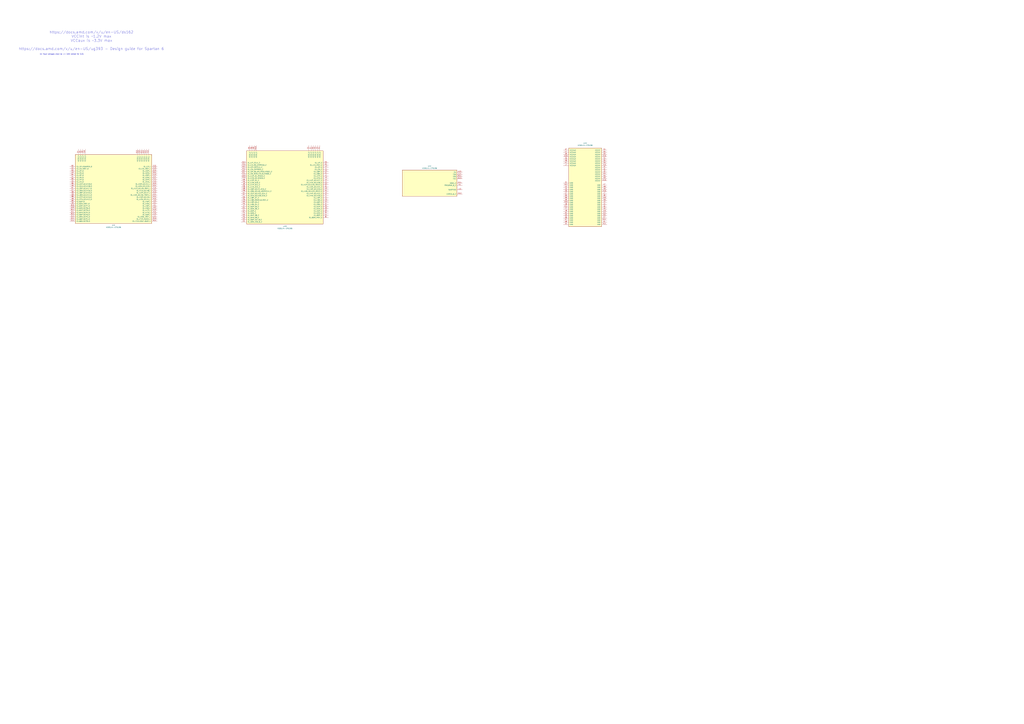
<source format=kicad_sch>
(kicad_sch
	(version 20231120)
	(generator "eeschema")
	(generator_version "8.0")
	(uuid "dfe466fb-b491-4b6f-b4a4-b4c92305e7f3")
	(paper "A0")
	(title_block
		(title "Z80 FPGA Board")
		(date "2024-09-12")
		(company "University of Texas at Austin / Phoenix Semiconductor")
		(comment 1 "Designed by team IH1 - ECE364")
		(comment 2 "Connor Leu, April Douglas, Nadia Houston, Luke Mason, Gage Miller, Gabriel Moore")
	)
	(lib_symbols
		(symbol "FPGA_Xilinx_Spartan6:XC6SLX4-CPG196"
			(pin_names
				(offset 1.016)
			)
			(exclude_from_sim no)
			(in_bom yes)
			(on_board yes)
			(property "Reference" "U"
				(at 0 1.27 0)
				(effects
					(font
						(size 1.27 1.27)
					)
				)
			)
			(property "Value" "XC6SLX4-CPG196"
				(at 0 -1.27 0)
				(effects
					(font
						(size 1.27 1.27)
					)
				)
			)
			(property "Footprint" ""
				(at 0 0 0)
				(effects
					(font
						(size 1.27 1.27)
					)
					(hide yes)
				)
			)
			(property "Datasheet" ""
				(at 0 0 0)
				(effects
					(font
						(size 1.27 1.27)
					)
				)
			)
			(property "Description" "Spartan 6 LX 4 XC6SLX4-CPG196"
				(at 0 0 0)
				(effects
					(font
						(size 1.27 1.27)
					)
					(hide yes)
				)
			)
			(property "ki_locked" ""
				(at 0 0 0)
				(effects
					(font
						(size 1.27 1.27)
					)
				)
			)
			(property "ki_keywords" "FPGA"
				(at 0 0 0)
				(effects
					(font
						(size 1.27 1.27)
					)
					(hide yes)
				)
			)
			(symbol "XC6SLX4-CPG196_1_1"
				(rectangle
					(start -44.45 36.83)
					(end 44.45 -43.18)
					(stroke
						(width 0.254)
						(type default)
					)
					(fill
						(type background)
					)
				)
				(pin bidirectional line
					(at -50.8 -25.4 0)
					(length 6.35)
					(name "IO_L63N_SCP6_0"
						(effects
							(font
								(size 1.27 1.27)
							)
						)
					)
					(number "A10"
						(effects
							(font
								(size 1.27 1.27)
							)
						)
					)
				)
				(pin bidirectional line
					(at -50.8 -30.48 0)
					(length 6.35)
					(name "IO_L64N_SCP4_0"
						(effects
							(font
								(size 1.27 1.27)
							)
						)
					)
					(number "A11"
						(effects
							(font
								(size 1.27 1.27)
							)
						)
					)
				)
				(pin bidirectional line
					(at -50.8 -35.56 0)
					(length 6.35)
					(name "IO_L65N_SCP2_0"
						(effects
							(font
								(size 1.27 1.27)
							)
						)
					)
					(number "A12"
						(effects
							(font
								(size 1.27 1.27)
							)
						)
					)
				)
				(pin bidirectional line
					(at -50.8 20.32 0)
					(length 6.35)
					(name "IO_L1N_VREF_0"
						(effects
							(font
								(size 1.27 1.27)
							)
						)
					)
					(number "A2"
						(effects
							(font
								(size 1.27 1.27)
							)
						)
					)
				)
				(pin bidirectional line
					(at -50.8 15.24 0)
					(length 6.35)
					(name "IO_L2N_0"
						(effects
							(font
								(size 1.27 1.27)
							)
						)
					)
					(number "A3"
						(effects
							(font
								(size 1.27 1.27)
							)
						)
					)
				)
				(pin bidirectional line
					(at -50.8 10.16 0)
					(length 6.35)
					(name "IO_L3N_0"
						(effects
							(font
								(size 1.27 1.27)
							)
						)
					)
					(number "A4"
						(effects
							(font
								(size 1.27 1.27)
							)
						)
					)
				)
				(pin bidirectional line
					(at -50.8 5.08 0)
					(length 6.35)
					(name "IO_L4N_0"
						(effects
							(font
								(size 1.27 1.27)
							)
						)
					)
					(number "A5"
						(effects
							(font
								(size 1.27 1.27)
							)
						)
					)
				)
				(pin bidirectional line
					(at -50.8 0 0)
					(length 6.35)
					(name "IO_L34N_GCLK18_0"
						(effects
							(font
								(size 1.27 1.27)
							)
						)
					)
					(number "A6"
						(effects
							(font
								(size 1.27 1.27)
							)
						)
					)
				)
				(pin bidirectional line
					(at -50.8 -5.08 0)
					(length 6.35)
					(name "IO_L35N_GCLK16_0"
						(effects
							(font
								(size 1.27 1.27)
							)
						)
					)
					(number "A7"
						(effects
							(font
								(size 1.27 1.27)
							)
						)
					)
				)
				(pin bidirectional line
					(at -50.8 -15.24 0)
					(length 6.35)
					(name "IO_L37N_GCLK12_0"
						(effects
							(font
								(size 1.27 1.27)
							)
						)
					)
					(number "A8"
						(effects
							(font
								(size 1.27 1.27)
							)
						)
					)
				)
				(pin bidirectional line
					(at -50.8 -20.32 0)
					(length 6.35)
					(name "IO_L62N_VREF_0"
						(effects
							(font
								(size 1.27 1.27)
							)
						)
					)
					(number "A9"
						(effects
							(font
								(size 1.27 1.27)
							)
						)
					)
				)
				(pin bidirectional line
					(at -50.8 -22.86 0)
					(length 6.35)
					(name "IO_L63P_SCP7_0"
						(effects
							(font
								(size 1.27 1.27)
							)
						)
					)
					(number "B10"
						(effects
							(font
								(size 1.27 1.27)
							)
						)
					)
				)
				(pin bidirectional line
					(at -50.8 -27.94 0)
					(length 6.35)
					(name "IO_L64P_SCP5_0"
						(effects
							(font
								(size 1.27 1.27)
							)
						)
					)
					(number "B11"
						(effects
							(font
								(size 1.27 1.27)
							)
						)
					)
				)
				(pin bidirectional line
					(at -50.8 -33.02 0)
					(length 6.35)
					(name "IO_L65P_SCP3_0"
						(effects
							(font
								(size 1.27 1.27)
							)
						)
					)
					(number "B12"
						(effects
							(font
								(size 1.27 1.27)
							)
						)
					)
				)
				(pin bidirectional line
					(at -50.8 22.86 0)
					(length 6.35)
					(name "IO_L1P_HSWAPEN_0"
						(effects
							(font
								(size 1.27 1.27)
							)
						)
					)
					(number "B2"
						(effects
							(font
								(size 1.27 1.27)
							)
						)
					)
				)
				(pin bidirectional line
					(at -50.8 17.78 0)
					(length 6.35)
					(name "IO_L2P_0"
						(effects
							(font
								(size 1.27 1.27)
							)
						)
					)
					(number "B3"
						(effects
							(font
								(size 1.27 1.27)
							)
						)
					)
				)
				(pin bidirectional line
					(at -50.8 12.7 0)
					(length 6.35)
					(name "IO_L3P_0"
						(effects
							(font
								(size 1.27 1.27)
							)
						)
					)
					(number "B4"
						(effects
							(font
								(size 1.27 1.27)
							)
						)
					)
				)
				(pin bidirectional line
					(at -50.8 7.62 0)
					(length 6.35)
					(name "IO_L4P_0"
						(effects
							(font
								(size 1.27 1.27)
							)
						)
					)
					(number "B5"
						(effects
							(font
								(size 1.27 1.27)
							)
						)
					)
				)
				(pin bidirectional line
					(at -50.8 2.54 0)
					(length 6.35)
					(name "IO_L34P_GCLK19_0"
						(effects
							(font
								(size 1.27 1.27)
							)
						)
					)
					(number "B6"
						(effects
							(font
								(size 1.27 1.27)
							)
						)
					)
				)
				(pin bidirectional line
					(at -50.8 -2.54 0)
					(length 6.35)
					(name "IO_L35P_GCLK17_0"
						(effects
							(font
								(size 1.27 1.27)
							)
						)
					)
					(number "B7"
						(effects
							(font
								(size 1.27 1.27)
							)
						)
					)
				)
				(pin bidirectional line
					(at -50.8 -12.7 0)
					(length 6.35)
					(name "IO_L37P_GCLK13_0"
						(effects
							(font
								(size 1.27 1.27)
							)
						)
					)
					(number "B8"
						(effects
							(font
								(size 1.27 1.27)
							)
						)
					)
				)
				(pin bidirectional line
					(at -50.8 -17.78 0)
					(length 6.35)
					(name "IO_L62P_0"
						(effects
							(font
								(size 1.27 1.27)
							)
						)
					)
					(number "B9"
						(effects
							(font
								(size 1.27 1.27)
							)
						)
					)
				)
				(pin power_in line
					(at -33.02 43.18 270)
					(length 6.35)
					(name "VCCO_0"
						(effects
							(font
								(size 1.27 1.27)
							)
						)
					)
					(number "C10"
						(effects
							(font
								(size 1.27 1.27)
							)
						)
					)
				)
				(pin bidirectional line
					(at -50.8 -40.64 0)
					(length 6.35)
					(name "IO_L66N_SCP0_0"
						(effects
							(font
								(size 1.27 1.27)
							)
						)
					)
					(number "C11"
						(effects
							(font
								(size 1.27 1.27)
							)
						)
					)
				)
				(pin bidirectional line
					(at 50.8 22.86 180)
					(length 6.35)
					(name "IO_L1P_1"
						(effects
							(font
								(size 1.27 1.27)
							)
						)
					)
					(number "C12"
						(effects
							(font
								(size 1.27 1.27)
							)
						)
					)
				)
				(pin bidirectional line
					(at 50.8 20.32 180)
					(length 6.35)
					(name "IO_L1N_VREF_1"
						(effects
							(font
								(size 1.27 1.27)
							)
						)
					)
					(number "C13"
						(effects
							(font
								(size 1.27 1.27)
							)
						)
					)
				)
				(pin power_in line
					(at -40.64 43.18 270)
					(length 6.35)
					(name "VCCO_0"
						(effects
							(font
								(size 1.27 1.27)
							)
						)
					)
					(number "C4"
						(effects
							(font
								(size 1.27 1.27)
							)
						)
					)
				)
				(pin power_in line
					(at -38.1 43.18 270)
					(length 6.35)
					(name "VCCO_0"
						(effects
							(font
								(size 1.27 1.27)
							)
						)
					)
					(number "C5"
						(effects
							(font
								(size 1.27 1.27)
							)
						)
					)
				)
				(pin bidirectional line
					(at -50.8 -10.16 0)
					(length 6.35)
					(name "IO_L36N_GCLK14_0"
						(effects
							(font
								(size 1.27 1.27)
							)
						)
					)
					(number "C8"
						(effects
							(font
								(size 1.27 1.27)
							)
						)
					)
				)
				(pin power_in line
					(at -35.56 43.18 270)
					(length 6.35)
					(name "VCCO_0"
						(effects
							(font
								(size 1.27 1.27)
							)
						)
					)
					(number "C9"
						(effects
							(font
								(size 1.27 1.27)
							)
						)
					)
				)
				(pin bidirectional line
					(at -50.8 -38.1 0)
					(length 6.35)
					(name "IO_L66P_SCP1_0"
						(effects
							(font
								(size 1.27 1.27)
							)
						)
					)
					(number "D11"
						(effects
							(font
								(size 1.27 1.27)
							)
						)
					)
				)
				(pin power_in line
					(at 27.94 43.18 270)
					(length 6.35)
					(name "VCCO_1"
						(effects
							(font
								(size 1.27 1.27)
							)
						)
					)
					(number "D12"
						(effects
							(font
								(size 1.27 1.27)
							)
						)
					)
				)
				(pin bidirectional line
					(at 50.8 17.78 180)
					(length 6.35)
					(name "IO_L32P_1"
						(effects
							(font
								(size 1.27 1.27)
							)
						)
					)
					(number "D13"
						(effects
							(font
								(size 1.27 1.27)
							)
						)
					)
				)
				(pin bidirectional line
					(at 50.8 15.24 180)
					(length 6.35)
					(name "IO_L32N_1"
						(effects
							(font
								(size 1.27 1.27)
							)
						)
					)
					(number "D14"
						(effects
							(font
								(size 1.27 1.27)
							)
						)
					)
				)
				(pin bidirectional line
					(at -50.8 -7.62 0)
					(length 6.35)
					(name "IO_L36P_GCLK15_0"
						(effects
							(font
								(size 1.27 1.27)
							)
						)
					)
					(number "D8"
						(effects
							(font
								(size 1.27 1.27)
							)
						)
					)
				)
				(pin power_in line
					(at 30.48 43.18 270)
					(length 6.35)
					(name "VCCO_1"
						(effects
							(font
								(size 1.27 1.27)
							)
						)
					)
					(number "E12"
						(effects
							(font
								(size 1.27 1.27)
							)
						)
					)
				)
				(pin bidirectional line
					(at 50.8 12.7 180)
					(length 6.35)
					(name "IO_L33P_1"
						(effects
							(font
								(size 1.27 1.27)
							)
						)
					)
					(number "E13"
						(effects
							(font
								(size 1.27 1.27)
							)
						)
					)
				)
				(pin bidirectional line
					(at 50.8 10.16 180)
					(length 6.35)
					(name "IO_L33N_1"
						(effects
							(font
								(size 1.27 1.27)
							)
						)
					)
					(number "E14"
						(effects
							(font
								(size 1.27 1.27)
							)
						)
					)
				)
				(pin bidirectional line
					(at 50.8 7.62 180)
					(length 6.35)
					(name "IO_L34P_1"
						(effects
							(font
								(size 1.27 1.27)
							)
						)
					)
					(number "F11"
						(effects
							(font
								(size 1.27 1.27)
							)
						)
					)
				)
				(pin bidirectional line
					(at 50.8 5.08 180)
					(length 6.35)
					(name "IO_L34N_1"
						(effects
							(font
								(size 1.27 1.27)
							)
						)
					)
					(number "F12"
						(effects
							(font
								(size 1.27 1.27)
							)
						)
					)
				)
				(pin bidirectional line
					(at 50.8 -2.54 180)
					(length 6.35)
					(name "IO_L41P_GCLK9_IRDY1_1"
						(effects
							(font
								(size 1.27 1.27)
							)
						)
					)
					(number "F13"
						(effects
							(font
								(size 1.27 1.27)
							)
						)
					)
				)
				(pin bidirectional line
					(at 50.8 -5.08 180)
					(length 6.35)
					(name "IO_L41N_GCLK8_1"
						(effects
							(font
								(size 1.27 1.27)
							)
						)
					)
					(number "F14"
						(effects
							(font
								(size 1.27 1.27)
							)
						)
					)
				)
				(pin power_in line
					(at 33.02 43.18 270)
					(length 6.35)
					(name "VCCO_1"
						(effects
							(font
								(size 1.27 1.27)
							)
						)
					)
					(number "G11"
						(effects
							(font
								(size 1.27 1.27)
							)
						)
					)
				)
				(pin power_in line
					(at 35.56 43.18 270)
					(length 6.35)
					(name "VCCO_1"
						(effects
							(font
								(size 1.27 1.27)
							)
						)
					)
					(number "G12"
						(effects
							(font
								(size 1.27 1.27)
							)
						)
					)
				)
				(pin bidirectional line
					(at 50.8 2.54 180)
					(length 6.35)
					(name "IO_L40P_GCLK11_1"
						(effects
							(font
								(size 1.27 1.27)
							)
						)
					)
					(number "G13"
						(effects
							(font
								(size 1.27 1.27)
							)
						)
					)
				)
				(pin bidirectional line
					(at 50.8 0 180)
					(length 6.35)
					(name "IO_L40N_GCLK10_1"
						(effects
							(font
								(size 1.27 1.27)
							)
						)
					)
					(number "G14"
						(effects
							(font
								(size 1.27 1.27)
							)
						)
					)
				)
				(pin bidirectional line
					(at 50.8 -12.7 180)
					(length 6.35)
					(name "IO_L43P_GCLK5_1"
						(effects
							(font
								(size 1.27 1.27)
							)
						)
					)
					(number "H11"
						(effects
							(font
								(size 1.27 1.27)
							)
						)
					)
				)
				(pin bidirectional line
					(at 50.8 -15.24 180)
					(length 6.35)
					(name "IO_L43N_GCLK4_1"
						(effects
							(font
								(size 1.27 1.27)
							)
						)
					)
					(number "H12"
						(effects
							(font
								(size 1.27 1.27)
							)
						)
					)
				)
				(pin bidirectional line
					(at 50.8 -7.62 180)
					(length 6.35)
					(name "IO_L42P_GCLK7_1"
						(effects
							(font
								(size 1.27 1.27)
							)
						)
					)
					(number "H13"
						(effects
							(font
								(size 1.27 1.27)
							)
						)
					)
				)
				(pin bidirectional line
					(at 50.8 -10.16 180)
					(length 6.35)
					(name "IO_L42N_GCLK6_TRDY1_1"
						(effects
							(font
								(size 1.27 1.27)
							)
						)
					)
					(number "H14"
						(effects
							(font
								(size 1.27 1.27)
							)
						)
					)
				)
				(pin bidirectional line
					(at 50.8 -22.86 180)
					(length 6.35)
					(name "IO_L46P_1"
						(effects
							(font
								(size 1.27 1.27)
							)
						)
					)
					(number "J11"
						(effects
							(font
								(size 1.27 1.27)
							)
						)
					)
				)
				(pin bidirectional line
					(at 50.8 -25.4 180)
					(length 6.35)
					(name "IO_L46N_1"
						(effects
							(font
								(size 1.27 1.27)
							)
						)
					)
					(number "J12"
						(effects
							(font
								(size 1.27 1.27)
							)
						)
					)
				)
				(pin bidirectional line
					(at 50.8 -17.78 180)
					(length 6.35)
					(name "IO_L45P_1"
						(effects
							(font
								(size 1.27 1.27)
							)
						)
					)
					(number "J13"
						(effects
							(font
								(size 1.27 1.27)
							)
						)
					)
				)
				(pin bidirectional line
					(at 50.8 -20.32 180)
					(length 6.35)
					(name "IO_L45N_1"
						(effects
							(font
								(size 1.27 1.27)
							)
						)
					)
					(number "J14"
						(effects
							(font
								(size 1.27 1.27)
							)
						)
					)
				)
				(pin power_in line
					(at 38.1 43.18 270)
					(length 6.35)
					(name "VCCO_1"
						(effects
							(font
								(size 1.27 1.27)
							)
						)
					)
					(number "K11"
						(effects
							(font
								(size 1.27 1.27)
							)
						)
					)
				)
				(pin power_in line
					(at 40.64 43.18 270)
					(length 6.35)
					(name "VCCO_1"
						(effects
							(font
								(size 1.27 1.27)
							)
						)
					)
					(number "K12"
						(effects
							(font
								(size 1.27 1.27)
							)
						)
					)
				)
				(pin bidirectional line
					(at 50.8 -27.94 180)
					(length 6.35)
					(name "IO_L47P_1"
						(effects
							(font
								(size 1.27 1.27)
							)
						)
					)
					(number "K13"
						(effects
							(font
								(size 1.27 1.27)
							)
						)
					)
				)
				(pin bidirectional line
					(at 50.8 -30.48 180)
					(length 6.35)
					(name "IO_L47N_1"
						(effects
							(font
								(size 1.27 1.27)
							)
						)
					)
					(number "K14"
						(effects
							(font
								(size 1.27 1.27)
							)
						)
					)
				)
				(pin bidirectional line
					(at 50.8 -33.02 180)
					(length 6.35)
					(name "IO_L53P_1"
						(effects
							(font
								(size 1.27 1.27)
							)
						)
					)
					(number "L13"
						(effects
							(font
								(size 1.27 1.27)
							)
						)
					)
				)
				(pin bidirectional line
					(at 50.8 -35.56 180)
					(length 6.35)
					(name "IO_L53N_VREF_1"
						(effects
							(font
								(size 1.27 1.27)
							)
						)
					)
					(number "L14"
						(effects
							(font
								(size 1.27 1.27)
							)
						)
					)
				)
				(pin bidirectional line
					(at 50.8 -38.1 180)
					(length 6.35)
					(name "IO_L74P_AWAKE_1"
						(effects
							(font
								(size 1.27 1.27)
							)
						)
					)
					(number "M13"
						(effects
							(font
								(size 1.27 1.27)
							)
						)
					)
				)
				(pin bidirectional line
					(at 50.8 -40.64 180)
					(length 6.35)
					(name "IO_L74N_DOUT_BUSY_1"
						(effects
							(font
								(size 1.27 1.27)
							)
						)
					)
					(number "M14"
						(effects
							(font
								(size 1.27 1.27)
							)
						)
					)
				)
			)
			(symbol "XC6SLX4-CPG196_2_1"
				(rectangle
					(start -44.45 39.37)
					(end 44.45 -45.72)
					(stroke
						(width 0.254)
						(type default)
					)
					(fill
						(type background)
					)
				)
				(pin bidirectional line
					(at 50.8 -38.1 180)
					(length 6.35)
					(name "IO_L83N_VREF_3"
						(effects
							(font
								(size 1.27 1.27)
							)
						)
					)
					(number "B1"
						(effects
							(font
								(size 1.27 1.27)
							)
						)
					)
				)
				(pin bidirectional line
					(at 50.8 -35.56 180)
					(length 6.35)
					(name "IO_L83P_3"
						(effects
							(font
								(size 1.27 1.27)
							)
						)
					)
					(number "C1"
						(effects
							(font
								(size 1.27 1.27)
							)
						)
					)
				)
				(pin bidirectional line
					(at 50.8 -33.02 180)
					(length 6.35)
					(name "IO_L52N_3"
						(effects
							(font
								(size 1.27 1.27)
							)
						)
					)
					(number "D1"
						(effects
							(font
								(size 1.27 1.27)
							)
						)
					)
				)
				(pin bidirectional line
					(at 50.8 -30.48 180)
					(length 6.35)
					(name "IO_L52P_3"
						(effects
							(font
								(size 1.27 1.27)
							)
						)
					)
					(number "D2"
						(effects
							(font
								(size 1.27 1.27)
							)
						)
					)
				)
				(pin bidirectional line
					(at 50.8 -27.94 180)
					(length 6.35)
					(name "IO_L51N_3"
						(effects
							(font
								(size 1.27 1.27)
							)
						)
					)
					(number "D3"
						(effects
							(font
								(size 1.27 1.27)
							)
						)
					)
				)
				(pin bidirectional line
					(at 50.8 -25.4 180)
					(length 6.35)
					(name "IO_L51P_3"
						(effects
							(font
								(size 1.27 1.27)
							)
						)
					)
					(number "D4"
						(effects
							(font
								(size 1.27 1.27)
							)
						)
					)
				)
				(pin bidirectional line
					(at 50.8 -22.86 180)
					(length 6.35)
					(name "IO_L50N_3"
						(effects
							(font
								(size 1.27 1.27)
							)
						)
					)
					(number "E1"
						(effects
							(font
								(size 1.27 1.27)
							)
						)
					)
				)
				(pin bidirectional line
					(at 50.8 -20.32 180)
					(length 6.35)
					(name "IO_L50P_3"
						(effects
							(font
								(size 1.27 1.27)
							)
						)
					)
					(number "E2"
						(effects
							(font
								(size 1.27 1.27)
							)
						)
					)
				)
				(pin power_in line
					(at 27.94 45.72 270)
					(length 6.35)
					(name "VCCO_3"
						(effects
							(font
								(size 1.27 1.27)
							)
						)
					)
					(number "E3"
						(effects
							(font
								(size 1.27 1.27)
							)
						)
					)
				)
				(pin power_in line
					(at 30.48 45.72 270)
					(length 6.35)
					(name "VCCO_3"
						(effects
							(font
								(size 1.27 1.27)
							)
						)
					)
					(number "E4"
						(effects
							(font
								(size 1.27 1.27)
							)
						)
					)
				)
				(pin bidirectional line
					(at 50.8 -12.7 180)
					(length 6.35)
					(name "IO_L44N_GCLK20_3"
						(effects
							(font
								(size 1.27 1.27)
							)
						)
					)
					(number "F1"
						(effects
							(font
								(size 1.27 1.27)
							)
						)
					)
				)
				(pin bidirectional line
					(at 50.8 -10.16 180)
					(length 6.35)
					(name "IO_L44P_GCLK21_3"
						(effects
							(font
								(size 1.27 1.27)
							)
						)
					)
					(number "F2"
						(effects
							(font
								(size 1.27 1.27)
							)
						)
					)
				)
				(pin bidirectional line
					(at 50.8 -17.78 180)
					(length 6.35)
					(name "IO_L49N_3"
						(effects
							(font
								(size 1.27 1.27)
							)
						)
					)
					(number "F3"
						(effects
							(font
								(size 1.27 1.27)
							)
						)
					)
				)
				(pin bidirectional line
					(at 50.8 -15.24 180)
					(length 6.35)
					(name "IO_L49P_3"
						(effects
							(font
								(size 1.27 1.27)
							)
						)
					)
					(number "F4"
						(effects
							(font
								(size 1.27 1.27)
							)
						)
					)
				)
				(pin bidirectional line
					(at 50.8 -2.54 180)
					(length 6.35)
					(name "IO_L42N_GCLK24_3"
						(effects
							(font
								(size 1.27 1.27)
							)
						)
					)
					(number "G1"
						(effects
							(font
								(size 1.27 1.27)
							)
						)
					)
				)
				(pin bidirectional line
					(at 50.8 0 180)
					(length 6.35)
					(name "IO_L42P_GCLK25_TRDY2_3"
						(effects
							(font
								(size 1.27 1.27)
							)
						)
					)
					(number "G2"
						(effects
							(font
								(size 1.27 1.27)
							)
						)
					)
				)
				(pin power_in line
					(at 33.02 45.72 270)
					(length 6.35)
					(name "VCCO_3"
						(effects
							(font
								(size 1.27 1.27)
							)
						)
					)
					(number "G3"
						(effects
							(font
								(size 1.27 1.27)
							)
						)
					)
				)
				(pin bidirectional line
					(at 50.8 -7.62 180)
					(length 6.35)
					(name "IO_L43N_GCLK22_IRDY2_3"
						(effects
							(font
								(size 1.27 1.27)
							)
						)
					)
					(number "H1"
						(effects
							(font
								(size 1.27 1.27)
							)
						)
					)
				)
				(pin bidirectional line
					(at 50.8 -5.08 180)
					(length 6.35)
					(name "IO_L43P_GCLK23_3"
						(effects
							(font
								(size 1.27 1.27)
							)
						)
					)
					(number "H2"
						(effects
							(font
								(size 1.27 1.27)
							)
						)
					)
				)
				(pin power_in line
					(at 35.56 45.72 270)
					(length 6.35)
					(name "VCCO_3"
						(effects
							(font
								(size 1.27 1.27)
							)
						)
					)
					(number "H3"
						(effects
							(font
								(size 1.27 1.27)
							)
						)
					)
				)
				(pin bidirectional line
					(at 50.8 2.54 180)
					(length 6.35)
					(name "IO_L41N_GCLK26_3"
						(effects
							(font
								(size 1.27 1.27)
							)
						)
					)
					(number "J1"
						(effects
							(font
								(size 1.27 1.27)
							)
						)
					)
				)
				(pin bidirectional line
					(at 50.8 5.08 180)
					(length 6.35)
					(name "IO_L41P_GCLK27_3"
						(effects
							(font
								(size 1.27 1.27)
							)
						)
					)
					(number "J2"
						(effects
							(font
								(size 1.27 1.27)
							)
						)
					)
				)
				(pin bidirectional line
					(at 50.8 7.62 180)
					(length 6.35)
					(name "IO_L37N_3"
						(effects
							(font
								(size 1.27 1.27)
							)
						)
					)
					(number "J3"
						(effects
							(font
								(size 1.27 1.27)
							)
						)
					)
				)
				(pin bidirectional line
					(at 50.8 10.16 180)
					(length 6.35)
					(name "IO_L37P_3"
						(effects
							(font
								(size 1.27 1.27)
							)
						)
					)
					(number "J4"
						(effects
							(font
								(size 1.27 1.27)
							)
						)
					)
				)
				(pin bidirectional line
					(at 50.8 12.7 180)
					(length 6.35)
					(name "IO_L36N_3"
						(effects
							(font
								(size 1.27 1.27)
							)
						)
					)
					(number "K1"
						(effects
							(font
								(size 1.27 1.27)
							)
						)
					)
				)
				(pin bidirectional line
					(at 50.8 15.24 180)
					(length 6.35)
					(name "IO_L36P_3"
						(effects
							(font
								(size 1.27 1.27)
							)
						)
					)
					(number "K2"
						(effects
							(font
								(size 1.27 1.27)
							)
						)
					)
				)
				(pin power_in line
					(at 38.1 45.72 270)
					(length 6.35)
					(name "VCCO_3"
						(effects
							(font
								(size 1.27 1.27)
							)
						)
					)
					(number "K3"
						(effects
							(font
								(size 1.27 1.27)
							)
						)
					)
				)
				(pin power_in line
					(at 40.64 45.72 270)
					(length 6.35)
					(name "VCCO_3"
						(effects
							(font
								(size 1.27 1.27)
							)
						)
					)
					(number "K4"
						(effects
							(font
								(size 1.27 1.27)
							)
						)
					)
				)
				(pin bidirectional line
					(at 50.8 17.78 180)
					(length 6.35)
					(name "IO_L2N_3"
						(effects
							(font
								(size 1.27 1.27)
							)
						)
					)
					(number "L1"
						(effects
							(font
								(size 1.27 1.27)
							)
						)
					)
				)
				(pin bidirectional line
					(at 50.8 20.32 180)
					(length 6.35)
					(name "IO_L2P_3"
						(effects
							(font
								(size 1.27 1.27)
							)
						)
					)
					(number "L2"
						(effects
							(font
								(size 1.27 1.27)
							)
						)
					)
				)
				(pin bidirectional line
					(at -50.8 -25.4 0)
					(length 6.35)
					(name "IO_L62P_D5_2"
						(effects
							(font
								(size 1.27 1.27)
							)
						)
					)
					(number "L4"
						(effects
							(font
								(size 1.27 1.27)
							)
						)
					)
				)
				(pin bidirectional line
					(at -50.8 0 0)
					(length 6.35)
					(name "IO_L14P_D11_2"
						(effects
							(font
								(size 1.27 1.27)
							)
						)
					)
					(number "L8"
						(effects
							(font
								(size 1.27 1.27)
							)
						)
					)
				)
				(pin bidirectional line
					(at 50.8 22.86 180)
					(length 6.35)
					(name "IO_L1N_VREF_3"
						(effects
							(font
								(size 1.27 1.27)
							)
						)
					)
					(number "M1"
						(effects
							(font
								(size 1.27 1.27)
							)
						)
					)
				)
				(pin power_in line
					(at -33.02 45.72 270)
					(length 6.35)
					(name "VCCO_2"
						(effects
							(font
								(size 1.27 1.27)
							)
						)
					)
					(number "M10"
						(effects
							(font
								(size 1.27 1.27)
							)
						)
					)
				)
				(pin bidirectional line
					(at 50.8 25.4 180)
					(length 6.35)
					(name "IO_L1P_3"
						(effects
							(font
								(size 1.27 1.27)
							)
						)
					)
					(number "M2"
						(effects
							(font
								(size 1.27 1.27)
							)
						)
					)
				)
				(pin bidirectional line
					(at -50.8 -27.94 0)
					(length 6.35)
					(name "IO_L62N_D6_2"
						(effects
							(font
								(size 1.27 1.27)
							)
						)
					)
					(number "M4"
						(effects
							(font
								(size 1.27 1.27)
							)
						)
					)
				)
				(pin power_in line
					(at -40.64 45.72 270)
					(length 6.35)
					(name "VCCO_2"
						(effects
							(font
								(size 1.27 1.27)
							)
						)
					)
					(number "M5"
						(effects
							(font
								(size 1.27 1.27)
							)
						)
					)
				)
				(pin power_in line
					(at -38.1 45.72 270)
					(length 6.35)
					(name "VCCO_2"
						(effects
							(font
								(size 1.27 1.27)
							)
						)
					)
					(number "M6"
						(effects
							(font
								(size 1.27 1.27)
							)
						)
					)
				)
				(pin bidirectional line
					(at -50.8 -2.54 0)
					(length 6.35)
					(name "IO_L14N_D12_2"
						(effects
							(font
								(size 1.27 1.27)
							)
						)
					)
					(number "M8"
						(effects
							(font
								(size 1.27 1.27)
							)
						)
					)
				)
				(pin power_in line
					(at -35.56 45.72 270)
					(length 6.35)
					(name "VCCO_2"
						(effects
							(font
								(size 1.27 1.27)
							)
						)
					)
					(number "M9"
						(effects
							(font
								(size 1.27 1.27)
							)
						)
					)
				)
				(pin bidirectional line
					(at -50.8 10.16 0)
					(length 6.35)
					(name "IO_L12P_D1_MISO2_2"
						(effects
							(font
								(size 1.27 1.27)
							)
						)
					)
					(number "N10"
						(effects
							(font
								(size 1.27 1.27)
							)
						)
					)
				)
				(pin bidirectional line
					(at -50.8 15.24 0)
					(length 6.35)
					(name "IO_L3P_D0_DIN_MISO_MISO1_2"
						(effects
							(font
								(size 1.27 1.27)
							)
						)
					)
					(number "N11"
						(effects
							(font
								(size 1.27 1.27)
							)
						)
					)
				)
				(pin bidirectional line
					(at -50.8 20.32 0)
					(length 6.35)
					(name "IO_L2P_CMPCLK_2"
						(effects
							(font
								(size 1.27 1.27)
							)
						)
					)
					(number "N12"
						(effects
							(font
								(size 1.27 1.27)
							)
						)
					)
				)
				(pin bidirectional line
					(at -50.8 25.4 0)
					(length 6.35)
					(name "IO_L1P_CCLK_2"
						(effects
							(font
								(size 1.27 1.27)
							)
						)
					)
					(number "N13"
						(effects
							(font
								(size 1.27 1.27)
							)
						)
					)
				)
				(pin bidirectional line
					(at -50.8 -40.64 0)
					(length 6.35)
					(name "IO_L65P_INIT_B_2"
						(effects
							(font
								(size 1.27 1.27)
							)
						)
					)
					(number "N2"
						(effects
							(font
								(size 1.27 1.27)
							)
						)
					)
				)
				(pin bidirectional line
					(at -50.8 -35.56 0)
					(length 6.35)
					(name "IO_L64P_D8_2"
						(effects
							(font
								(size 1.27 1.27)
							)
						)
					)
					(number "N3"
						(effects
							(font
								(size 1.27 1.27)
							)
						)
					)
				)
				(pin bidirectional line
					(at -50.8 -30.48 0)
					(length 6.35)
					(name "IO_L63P_2"
						(effects
							(font
								(size 1.27 1.27)
							)
						)
					)
					(number "N4"
						(effects
							(font
								(size 1.27 1.27)
							)
						)
					)
				)
				(pin bidirectional line
					(at -50.8 -20.32 0)
					(length 6.35)
					(name "IO_L49P_D3_2"
						(effects
							(font
								(size 1.27 1.27)
							)
						)
					)
					(number "N5"
						(effects
							(font
								(size 1.27 1.27)
							)
						)
					)
				)
				(pin bidirectional line
					(at -50.8 -15.24 0)
					(length 6.35)
					(name "IO_L48P_D7_2"
						(effects
							(font
								(size 1.27 1.27)
							)
						)
					)
					(number "N6"
						(effects
							(font
								(size 1.27 1.27)
							)
						)
					)
				)
				(pin bidirectional line
					(at -50.8 -10.16 0)
					(length 6.35)
					(name "IO_L31P_GCLK31_D14_2"
						(effects
							(font
								(size 1.27 1.27)
							)
						)
					)
					(number "N7"
						(effects
							(font
								(size 1.27 1.27)
							)
						)
					)
				)
				(pin bidirectional line
					(at -50.8 -5.08 0)
					(length 6.35)
					(name "IO_L30P_GCLK1_D13_2"
						(effects
							(font
								(size 1.27 1.27)
							)
						)
					)
					(number "N8"
						(effects
							(font
								(size 1.27 1.27)
							)
						)
					)
				)
				(pin bidirectional line
					(at -50.8 5.08 0)
					(length 6.35)
					(name "IO_L13P_M1_2"
						(effects
							(font
								(size 1.27 1.27)
							)
						)
					)
					(number "N9"
						(effects
							(font
								(size 1.27 1.27)
							)
						)
					)
				)
				(pin bidirectional line
					(at -50.8 7.62 0)
					(length 6.35)
					(name "IO_L12N_D2_MISO3_2"
						(effects
							(font
								(size 1.27 1.27)
							)
						)
					)
					(number "P10"
						(effects
							(font
								(size 1.27 1.27)
							)
						)
					)
				)
				(pin bidirectional line
					(at -50.8 12.7 0)
					(length 6.35)
					(name "IO_L3N_MOSI_CSI_B_MISO0_2"
						(effects
							(font
								(size 1.27 1.27)
							)
						)
					)
					(number "P11"
						(effects
							(font
								(size 1.27 1.27)
							)
						)
					)
				)
				(pin bidirectional line
					(at -50.8 17.78 0)
					(length 6.35)
					(name "IO_L2N_CMPMOSI_2"
						(effects
							(font
								(size 1.27 1.27)
							)
						)
					)
					(number "P12"
						(effects
							(font
								(size 1.27 1.27)
							)
						)
					)
				)
				(pin bidirectional line
					(at -50.8 22.86 0)
					(length 6.35)
					(name "IO_L1N_M0_CMPMISO_2"
						(effects
							(font
								(size 1.27 1.27)
							)
						)
					)
					(number "P13"
						(effects
							(font
								(size 1.27 1.27)
							)
						)
					)
				)
				(pin bidirectional line
					(at -50.8 -43.18 0)
					(length 6.35)
					(name "IO_L65N_CSO_B_2"
						(effects
							(font
								(size 1.27 1.27)
							)
						)
					)
					(number "P2"
						(effects
							(font
								(size 1.27 1.27)
							)
						)
					)
				)
				(pin bidirectional line
					(at -50.8 -38.1 0)
					(length 6.35)
					(name "IO_L64N_D9_2"
						(effects
							(font
								(size 1.27 1.27)
							)
						)
					)
					(number "P3"
						(effects
							(font
								(size 1.27 1.27)
							)
						)
					)
				)
				(pin bidirectional line
					(at -50.8 -33.02 0)
					(length 6.35)
					(name "IO_L63N_2"
						(effects
							(font
								(size 1.27 1.27)
							)
						)
					)
					(number "P4"
						(effects
							(font
								(size 1.27 1.27)
							)
						)
					)
				)
				(pin bidirectional line
					(at -50.8 -22.86 0)
					(length 6.35)
					(name "IO_L49N_D4_2"
						(effects
							(font
								(size 1.27 1.27)
							)
						)
					)
					(number "P5"
						(effects
							(font
								(size 1.27 1.27)
							)
						)
					)
				)
				(pin bidirectional line
					(at -50.8 -17.78 0)
					(length 6.35)
					(name "IO_L48N_RDWR_B_VREF_2"
						(effects
							(font
								(size 1.27 1.27)
							)
						)
					)
					(number "P6"
						(effects
							(font
								(size 1.27 1.27)
							)
						)
					)
				)
				(pin bidirectional line
					(at -50.8 -12.7 0)
					(length 6.35)
					(name "IO_L31N_GCLK30_D15_2"
						(effects
							(font
								(size 1.27 1.27)
							)
						)
					)
					(number "P7"
						(effects
							(font
								(size 1.27 1.27)
							)
						)
					)
				)
				(pin bidirectional line
					(at -50.8 -7.62 0)
					(length 6.35)
					(name "IO_L30N_GCLK0_USERCCLK_2"
						(effects
							(font
								(size 1.27 1.27)
							)
						)
					)
					(number "P8"
						(effects
							(font
								(size 1.27 1.27)
							)
						)
					)
				)
				(pin bidirectional line
					(at -50.8 2.54 0)
					(length 6.35)
					(name "IO_L13N_D10_2"
						(effects
							(font
								(size 1.27 1.27)
							)
						)
					)
					(number "P9"
						(effects
							(font
								(size 1.27 1.27)
							)
						)
					)
				)
			)
			(symbol "XC6SLX4-CPG196_3_1"
				(rectangle
					(start -31.75 15.24)
					(end 31.75 -15.24)
					(stroke
						(width 0.254)
						(type default)
					)
					(fill
						(type background)
					)
				)
				(pin bidirectional line
					(at 38.1 12.7 180)
					(length 6.35)
					(name "TDI"
						(effects
							(font
								(size 1.27 1.27)
							)
						)
					)
					(number "A13"
						(effects
							(font
								(size 1.27 1.27)
							)
						)
					)
				)
				(pin bidirectional line
					(at 38.1 5.08 180)
					(length 6.35)
					(name "TCK"
						(effects
							(font
								(size 1.27 1.27)
							)
						)
					)
					(number "B13"
						(effects
							(font
								(size 1.27 1.27)
							)
						)
					)
				)
				(pin bidirectional line
					(at 38.1 7.62 180)
					(length 6.35)
					(name "TMS"
						(effects
							(font
								(size 1.27 1.27)
							)
						)
					)
					(number "B14"
						(effects
							(font
								(size 1.27 1.27)
							)
						)
					)
				)
				(pin bidirectional line
					(at 38.1 10.16 180)
					(length 6.35)
					(name "TDO"
						(effects
							(font
								(size 1.27 1.27)
							)
						)
					)
					(number "C14"
						(effects
							(font
								(size 1.27 1.27)
							)
						)
					)
				)
				(pin bidirectional line
					(at 38.1 -7.62 180)
					(length 6.35)
					(name "SUSPEND"
						(effects
							(font
								(size 1.27 1.27)
							)
						)
					)
					(number "L12"
						(effects
							(font
								(size 1.27 1.27)
							)
						)
					)
				)
				(pin bidirectional line
					(at 38.1 -12.7 180)
					(length 6.35)
					(name "CMPCS_B_2"
						(effects
							(font
								(size 1.27 1.27)
							)
						)
					)
					(number "M12"
						(effects
							(font
								(size 1.27 1.27)
							)
						)
					)
				)
				(pin bidirectional line
					(at 38.1 -2.54 180)
					(length 6.35)
					(name "PROGRAM_B_2"
						(effects
							(font
								(size 1.27 1.27)
							)
						)
					)
					(number "N1"
						(effects
							(font
								(size 1.27 1.27)
							)
						)
					)
				)
				(pin bidirectional line
					(at 38.1 0 180)
					(length 6.35)
					(name "DONE_2"
						(effects
							(font
								(size 1.27 1.27)
							)
						)
					)
					(number "N14"
						(effects
							(font
								(size 1.27 1.27)
							)
						)
					)
				)
			)
			(symbol "XC6SLX4-CPG196_4_1"
				(rectangle
					(start -19.05 45.72)
					(end 19.05 -45.72)
					(stroke
						(width 0.254)
						(type default)
					)
					(fill
						(type background)
					)
				)
				(pin power_in line
					(at -25.4 5.08 0)
					(length 6.35)
					(name "GND"
						(effects
							(font
								(size 1.27 1.27)
							)
						)
					)
					(number "A1"
						(effects
							(font
								(size 1.27 1.27)
							)
						)
					)
				)
				(pin power_in line
					(at -25.4 2.54 0)
					(length 6.35)
					(name "GND"
						(effects
							(font
								(size 1.27 1.27)
							)
						)
					)
					(number "A14"
						(effects
							(font
								(size 1.27 1.27)
							)
						)
					)
				)
				(pin power_in line
					(at -25.4 0 0)
					(length 6.35)
					(name "GND"
						(effects
							(font
								(size 1.27 1.27)
							)
						)
					)
					(number "C2"
						(effects
							(font
								(size 1.27 1.27)
							)
						)
					)
				)
				(pin power_in line
					(at -25.4 -2.54 0)
					(length 6.35)
					(name "GND"
						(effects
							(font
								(size 1.27 1.27)
							)
						)
					)
					(number "C3"
						(effects
							(font
								(size 1.27 1.27)
							)
						)
					)
				)
				(pin power_in line
					(at -25.4 -5.08 0)
					(length 6.35)
					(name "GND"
						(effects
							(font
								(size 1.27 1.27)
							)
						)
					)
					(number "C6"
						(effects
							(font
								(size 1.27 1.27)
							)
						)
					)
				)
				(pin power_in line
					(at -25.4 -7.62 0)
					(length 6.35)
					(name "GND"
						(effects
							(font
								(size 1.27 1.27)
							)
						)
					)
					(number "C7"
						(effects
							(font
								(size 1.27 1.27)
							)
						)
					)
				)
				(pin power_in line
					(at -25.4 -17.78 0)
					(length 6.35)
					(name "GND"
						(effects
							(font
								(size 1.27 1.27)
							)
						)
					)
					(number "D10"
						(effects
							(font
								(size 1.27 1.27)
							)
						)
					)
				)
				(pin power_in line
					(at -25.4 -10.16 0)
					(length 6.35)
					(name "GND"
						(effects
							(font
								(size 1.27 1.27)
							)
						)
					)
					(number "D5"
						(effects
							(font
								(size 1.27 1.27)
							)
						)
					)
				)
				(pin power_in line
					(at -25.4 -12.7 0)
					(length 6.35)
					(name "GND"
						(effects
							(font
								(size 1.27 1.27)
							)
						)
					)
					(number "D6"
						(effects
							(font
								(size 1.27 1.27)
							)
						)
					)
				)
				(pin power_in line
					(at -25.4 43.18 0)
					(length 6.35)
					(name "VCCAUX"
						(effects
							(font
								(size 1.27 1.27)
							)
						)
					)
					(number "D7"
						(effects
							(font
								(size 1.27 1.27)
							)
						)
					)
				)
				(pin power_in line
					(at -25.4 -15.24 0)
					(length 6.35)
					(name "GND"
						(effects
							(font
								(size 1.27 1.27)
							)
						)
					)
					(number "D9"
						(effects
							(font
								(size 1.27 1.27)
							)
						)
					)
				)
				(pin power_in line
					(at 25.4 35.56 180)
					(length 6.35)
					(name "VCCINT"
						(effects
							(font
								(size 1.27 1.27)
							)
						)
					)
					(number "E10"
						(effects
							(font
								(size 1.27 1.27)
							)
						)
					)
				)
				(pin power_in line
					(at -25.4 -22.86 0)
					(length 6.35)
					(name "GND"
						(effects
							(font
								(size 1.27 1.27)
							)
						)
					)
					(number "E11"
						(effects
							(font
								(size 1.27 1.27)
							)
						)
					)
				)
				(pin power_in line
					(at 25.4 43.18 180)
					(length 6.35)
					(name "VCCINT"
						(effects
							(font
								(size 1.27 1.27)
							)
						)
					)
					(number "E5"
						(effects
							(font
								(size 1.27 1.27)
							)
						)
					)
				)
				(pin power_in line
					(at 25.4 40.64 180)
					(length 6.35)
					(name "VCCINT"
						(effects
							(font
								(size 1.27 1.27)
							)
						)
					)
					(number "E6"
						(effects
							(font
								(size 1.27 1.27)
							)
						)
					)
				)
				(pin power_in line
					(at -25.4 40.64 0)
					(length 6.35)
					(name "VCCAUX"
						(effects
							(font
								(size 1.27 1.27)
							)
						)
					)
					(number "E7"
						(effects
							(font
								(size 1.27 1.27)
							)
						)
					)
				)
				(pin power_in line
					(at -25.4 -20.32 0)
					(length 6.35)
					(name "GND"
						(effects
							(font
								(size 1.27 1.27)
							)
						)
					)
					(number "E8"
						(effects
							(font
								(size 1.27 1.27)
							)
						)
					)
				)
				(pin power_in line
					(at 25.4 38.1 180)
					(length 6.35)
					(name "VCCINT"
						(effects
							(font
								(size 1.27 1.27)
							)
						)
					)
					(number "E9"
						(effects
							(font
								(size 1.27 1.27)
							)
						)
					)
				)
				(pin power_in line
					(at 25.4 25.4 180)
					(length 6.35)
					(name "VCCINT"
						(effects
							(font
								(size 1.27 1.27)
							)
						)
					)
					(number "F10"
						(effects
							(font
								(size 1.27 1.27)
							)
						)
					)
				)
				(pin power_in line
					(at 25.4 33.02 180)
					(length 6.35)
					(name "VCCINT"
						(effects
							(font
								(size 1.27 1.27)
							)
						)
					)
					(number "F5"
						(effects
							(font
								(size 1.27 1.27)
							)
						)
					)
				)
				(pin power_in line
					(at 25.4 30.48 180)
					(length 6.35)
					(name "VCCINT"
						(effects
							(font
								(size 1.27 1.27)
							)
						)
					)
					(number "F6"
						(effects
							(font
								(size 1.27 1.27)
							)
						)
					)
				)
				(pin power_in line
					(at -25.4 -25.4 0)
					(length 6.35)
					(name "GND"
						(effects
							(font
								(size 1.27 1.27)
							)
						)
					)
					(number "F7"
						(effects
							(font
								(size 1.27 1.27)
							)
						)
					)
				)
				(pin power_in line
					(at -25.4 -27.94 0)
					(length 6.35)
					(name "GND"
						(effects
							(font
								(size 1.27 1.27)
							)
						)
					)
					(number "F8"
						(effects
							(font
								(size 1.27 1.27)
							)
						)
					)
				)
				(pin power_in line
					(at 25.4 27.94 180)
					(length 6.35)
					(name "VCCINT"
						(effects
							(font
								(size 1.27 1.27)
							)
						)
					)
					(number "F9"
						(effects
							(font
								(size 1.27 1.27)
							)
						)
					)
				)
				(pin power_in line
					(at -25.4 35.56 0)
					(length 6.35)
					(name "VCCAUX"
						(effects
							(font
								(size 1.27 1.27)
							)
						)
					)
					(number "G10"
						(effects
							(font
								(size 1.27 1.27)
							)
						)
					)
				)
				(pin power_in line
					(at -25.4 -30.48 0)
					(length 6.35)
					(name "GND"
						(effects
							(font
								(size 1.27 1.27)
							)
						)
					)
					(number "G4"
						(effects
							(font
								(size 1.27 1.27)
							)
						)
					)
				)
				(pin power_in line
					(at -25.4 -33.02 0)
					(length 6.35)
					(name "GND"
						(effects
							(font
								(size 1.27 1.27)
							)
						)
					)
					(number "G5"
						(effects
							(font
								(size 1.27 1.27)
							)
						)
					)
				)
				(pin power_in line
					(at -25.4 -35.56 0)
					(length 6.35)
					(name "GND"
						(effects
							(font
								(size 1.27 1.27)
							)
						)
					)
					(number "G6"
						(effects
							(font
								(size 1.27 1.27)
							)
						)
					)
				)
				(pin power_in line
					(at -25.4 -38.1 0)
					(length 6.35)
					(name "GND"
						(effects
							(font
								(size 1.27 1.27)
							)
						)
					)
					(number "G7"
						(effects
							(font
								(size 1.27 1.27)
							)
						)
					)
				)
				(pin power_in line
					(at -25.4 -40.64 0)
					(length 6.35)
					(name "GND"
						(effects
							(font
								(size 1.27 1.27)
							)
						)
					)
					(number "G8"
						(effects
							(font
								(size 1.27 1.27)
							)
						)
					)
				)
				(pin power_in line
					(at -25.4 38.1 0)
					(length 6.35)
					(name "VCCAUX"
						(effects
							(font
								(size 1.27 1.27)
							)
						)
					)
					(number "G9"
						(effects
							(font
								(size 1.27 1.27)
							)
						)
					)
				)
				(pin power_in line
					(at 25.4 -5.08 180)
					(length 6.35)
					(name "GND"
						(effects
							(font
								(size 1.27 1.27)
							)
						)
					)
					(number "H10"
						(effects
							(font
								(size 1.27 1.27)
							)
						)
					)
				)
				(pin power_in line
					(at -25.4 -43.18 0)
					(length 6.35)
					(name "GND"
						(effects
							(font
								(size 1.27 1.27)
							)
						)
					)
					(number "H4"
						(effects
							(font
								(size 1.27 1.27)
							)
						)
					)
				)
				(pin power_in line
					(at -25.4 33.02 0)
					(length 6.35)
					(name "VCCAUX"
						(effects
							(font
								(size 1.27 1.27)
							)
						)
					)
					(number "H5"
						(effects
							(font
								(size 1.27 1.27)
							)
						)
					)
				)
				(pin power_in line
					(at -25.4 30.48 0)
					(length 6.35)
					(name "VCCAUX"
						(effects
							(font
								(size 1.27 1.27)
							)
						)
					)
					(number "H6"
						(effects
							(font
								(size 1.27 1.27)
							)
						)
					)
				)
				(pin power_in line
					(at 25.4 2.54 180)
					(length 6.35)
					(name "GND"
						(effects
							(font
								(size 1.27 1.27)
							)
						)
					)
					(number "H7"
						(effects
							(font
								(size 1.27 1.27)
							)
						)
					)
				)
				(pin power_in line
					(at 25.4 0 180)
					(length 6.35)
					(name "GND"
						(effects
							(font
								(size 1.27 1.27)
							)
						)
					)
					(number "H8"
						(effects
							(font
								(size 1.27 1.27)
							)
						)
					)
				)
				(pin power_in line
					(at 25.4 -2.54 180)
					(length 6.35)
					(name "GND"
						(effects
							(font
								(size 1.27 1.27)
							)
						)
					)
					(number "H9"
						(effects
							(font
								(size 1.27 1.27)
							)
						)
					)
				)
				(pin power_in line
					(at 25.4 -12.7 180)
					(length 6.35)
					(name "GND"
						(effects
							(font
								(size 1.27 1.27)
							)
						)
					)
					(number "J10"
						(effects
							(font
								(size 1.27 1.27)
							)
						)
					)
				)
				(pin power_in line
					(at 25.4 22.86 180)
					(length 6.35)
					(name "VCCINT"
						(effects
							(font
								(size 1.27 1.27)
							)
						)
					)
					(number "J5"
						(effects
							(font
								(size 1.27 1.27)
							)
						)
					)
				)
				(pin power_in line
					(at 25.4 20.32 180)
					(length 6.35)
					(name "VCCINT"
						(effects
							(font
								(size 1.27 1.27)
							)
						)
					)
					(number "J6"
						(effects
							(font
								(size 1.27 1.27)
							)
						)
					)
				)
				(pin power_in line
					(at 25.4 -7.62 180)
					(length 6.35)
					(name "GND"
						(effects
							(font
								(size 1.27 1.27)
							)
						)
					)
					(number "J7"
						(effects
							(font
								(size 1.27 1.27)
							)
						)
					)
				)
				(pin power_in line
					(at 25.4 -10.16 180)
					(length 6.35)
					(name "GND"
						(effects
							(font
								(size 1.27 1.27)
							)
						)
					)
					(number "J8"
						(effects
							(font
								(size 1.27 1.27)
							)
						)
					)
				)
				(pin power_in line
					(at 25.4 17.78 180)
					(length 6.35)
					(name "VCCINT"
						(effects
							(font
								(size 1.27 1.27)
							)
						)
					)
					(number "J9"
						(effects
							(font
								(size 1.27 1.27)
							)
						)
					)
				)
				(pin power_in line
					(at 25.4 7.62 180)
					(length 6.35)
					(name "VCCINT"
						(effects
							(font
								(size 1.27 1.27)
							)
						)
					)
					(number "K10"
						(effects
							(font
								(size 1.27 1.27)
							)
						)
					)
				)
				(pin power_in line
					(at 25.4 15.24 180)
					(length 6.35)
					(name "VCCINT"
						(effects
							(font
								(size 1.27 1.27)
							)
						)
					)
					(number "K5"
						(effects
							(font
								(size 1.27 1.27)
							)
						)
					)
				)
				(pin power_in line
					(at 25.4 12.7 180)
					(length 6.35)
					(name "VCCINT"
						(effects
							(font
								(size 1.27 1.27)
							)
						)
					)
					(number "K6"
						(effects
							(font
								(size 1.27 1.27)
							)
						)
					)
				)
				(pin power_in line
					(at -25.4 27.94 0)
					(length 6.35)
					(name "VCCAUX"
						(effects
							(font
								(size 1.27 1.27)
							)
						)
					)
					(number "K7"
						(effects
							(font
								(size 1.27 1.27)
							)
						)
					)
				)
				(pin power_in line
					(at 25.4 -15.24 180)
					(length 6.35)
					(name "GND"
						(effects
							(font
								(size 1.27 1.27)
							)
						)
					)
					(number "K8"
						(effects
							(font
								(size 1.27 1.27)
							)
						)
					)
				)
				(pin power_in line
					(at 25.4 10.16 180)
					(length 6.35)
					(name "VCCINT"
						(effects
							(font
								(size 1.27 1.27)
							)
						)
					)
					(number "K9"
						(effects
							(font
								(size 1.27 1.27)
							)
						)
					)
				)
				(pin power_in line
					(at 25.4 -27.94 180)
					(length 6.35)
					(name "GND"
						(effects
							(font
								(size 1.27 1.27)
							)
						)
					)
					(number "L10"
						(effects
							(font
								(size 1.27 1.27)
							)
						)
					)
				)
				(pin power_in line
					(at 25.4 -30.48 180)
					(length 6.35)
					(name "GND"
						(effects
							(font
								(size 1.27 1.27)
							)
						)
					)
					(number "L11"
						(effects
							(font
								(size 1.27 1.27)
							)
						)
					)
				)
				(pin power_in line
					(at 25.4 -17.78 180)
					(length 6.35)
					(name "GND"
						(effects
							(font
								(size 1.27 1.27)
							)
						)
					)
					(number "L3"
						(effects
							(font
								(size 1.27 1.27)
							)
						)
					)
				)
				(pin power_in line
					(at 25.4 -20.32 180)
					(length 6.35)
					(name "GND"
						(effects
							(font
								(size 1.27 1.27)
							)
						)
					)
					(number "L5"
						(effects
							(font
								(size 1.27 1.27)
							)
						)
					)
				)
				(pin power_in line
					(at 25.4 -22.86 180)
					(length 6.35)
					(name "GND"
						(effects
							(font
								(size 1.27 1.27)
							)
						)
					)
					(number "L6"
						(effects
							(font
								(size 1.27 1.27)
							)
						)
					)
				)
				(pin power_in line
					(at -25.4 25.4 0)
					(length 6.35)
					(name "VCCAUX"
						(effects
							(font
								(size 1.27 1.27)
							)
						)
					)
					(number "L7"
						(effects
							(font
								(size 1.27 1.27)
							)
						)
					)
				)
				(pin power_in line
					(at 25.4 -25.4 180)
					(length 6.35)
					(name "GND"
						(effects
							(font
								(size 1.27 1.27)
							)
						)
					)
					(number "L9"
						(effects
							(font
								(size 1.27 1.27)
							)
						)
					)
				)
				(pin power_in line
					(at 25.4 -38.1 180)
					(length 6.35)
					(name "GND"
						(effects
							(font
								(size 1.27 1.27)
							)
						)
					)
					(number "M11"
						(effects
							(font
								(size 1.27 1.27)
							)
						)
					)
				)
				(pin power_in line
					(at 25.4 -33.02 180)
					(length 6.35)
					(name "GND"
						(effects
							(font
								(size 1.27 1.27)
							)
						)
					)
					(number "M3"
						(effects
							(font
								(size 1.27 1.27)
							)
						)
					)
				)
				(pin power_in line
					(at 25.4 -35.56 180)
					(length 6.35)
					(name "GND"
						(effects
							(font
								(size 1.27 1.27)
							)
						)
					)
					(number "M7"
						(effects
							(font
								(size 1.27 1.27)
							)
						)
					)
				)
				(pin power_in line
					(at 25.4 -40.64 180)
					(length 6.35)
					(name "GND"
						(effects
							(font
								(size 1.27 1.27)
							)
						)
					)
					(number "P1"
						(effects
							(font
								(size 1.27 1.27)
							)
						)
					)
				)
				(pin power_in line
					(at 25.4 -43.18 180)
					(length 6.35)
					(name "GND"
						(effects
							(font
								(size 1.27 1.27)
							)
						)
					)
					(number "P14"
						(effects
							(font
								(size 1.27 1.27)
							)
						)
					)
				)
			)
		)
	)
	(text "https://docs.amd.com/v/u/en-US/ds162\nVCCint is ~1.2V max\nVCCaux is ~3.3V max\n\nhttps://docs.amd.com/v/u/en-US/ug393 - Design guide for Spartan 6"
		(exclude_from_sim no)
		(at 106.172 47.244 0)
		(effects
			(font
				(size 3 3)
			)
		)
		(uuid "0ee7988a-3f85-4565-9068-581af203a113")
	)
	(text "All input voltages shall be <= 3.9V (shoot for 3.3)"
		(exclude_from_sim no)
		(at 71.628 62.992 0)
		(effects
			(font
				(size 1.27 1.27)
			)
		)
		(uuid "dfa0c561-af41-4ea2-8d5c-7828f937e925")
	)
	(symbol
		(lib_id "FPGA_Xilinx_Spartan6:XC6SLX4-CPG196")
		(at 131.826 216.408 0)
		(unit 1)
		(exclude_from_sim no)
		(in_bom yes)
		(on_board yes)
		(dnp no)
		(fields_autoplaced yes)
		(uuid "0938fc16-ec22-4c96-a861-53cd5562f268")
		(property "Reference" "U1"
			(at 131.826 261.62 0)
			(effects
				(font
					(size 1.27 1.27)
				)
			)
		)
		(property "Value" "XC6SLX4-CPG196"
			(at 131.826 264.16 0)
			(effects
				(font
					(size 1.27 1.27)
				)
			)
		)
		(property "Footprint" ""
			(at 131.826 216.408 0)
			(effects
				(font
					(size 1.27 1.27)
				)
				(hide yes)
			)
		)
		(property "Datasheet" ""
			(at 131.826 216.408 0)
			(effects
				(font
					(size 1.27 1.27)
				)
			)
		)
		(property "Description" "Spartan 6 LX 4 XC6SLX4-CPG196"
			(at 131.826 216.408 0)
			(effects
				(font
					(size 1.27 1.27)
				)
				(hide yes)
			)
		)
		(pin "E12"
			(uuid "dd237bd0-2f06-449d-8ba7-afefd8e7f0b0")
		)
		(pin "B7"
			(uuid "edc2fbf9-5ac7-4e10-a8ce-8d00cf2e7c7f")
		)
		(pin "B4"
			(uuid "6c7438ad-b3b6-48c7-99c5-3c0641a12e9a")
		)
		(pin "F12"
			(uuid "17e6b5d7-ad7f-446b-b7ee-1d22950b13b4")
		)
		(pin "K11"
			(uuid "0861e1d5-70db-4c5f-974f-aae8fe45c840")
		)
		(pin "A2"
			(uuid "0c3eeb8d-2131-48e8-abfb-e8ed4ab2aa27")
		)
		(pin "K14"
			(uuid "e5f3d4d9-f71f-47c9-b5c2-c4e46f6da935")
		)
		(pin "B10"
			(uuid "2bc692e2-ed5c-40ae-ad9b-220142b0babb")
		)
		(pin "M13"
			(uuid "b53e4ae9-985e-44e8-966e-864922e82704")
		)
		(pin "B1"
			(uuid "9f0e05d9-d63c-4240-a061-51f4da4374ef")
		)
		(pin "H14"
			(uuid "8d1627ef-00b6-4a6c-a5c2-9c59689630a0")
		)
		(pin "C1"
			(uuid "270c2f40-e709-4cf0-a68a-df06d22429ae")
		)
		(pin "J11"
			(uuid "1121ba5e-52e8-431c-a4d3-4580c33d1431")
		)
		(pin "A3"
			(uuid "abcef486-2a9a-47a3-a3a1-3f633ed1c3f3")
		)
		(pin "A6"
			(uuid "e0984148-7acb-447d-bf53-4670c3556191")
		)
		(pin "A9"
			(uuid "2130e9ad-cc1c-4b01-8a45-7f4b218065ab")
		)
		(pin "B3"
			(uuid "dac1ae67-7218-4274-ac49-7ce4986b9888")
		)
		(pin "A4"
			(uuid "2238a696-5e8e-4972-b922-4e98a235922d")
		)
		(pin "B11"
			(uuid "e1b5edc9-71ea-4270-8fa5-afb9cb315c36")
		)
		(pin "C10"
			(uuid "7c312b59-842b-4bd5-a717-16190842df8e")
		)
		(pin "C5"
			(uuid "1afc8885-733b-4f05-886b-55f0bec30797")
		)
		(pin "C9"
			(uuid "a3d5b48a-520c-4d91-b141-62b8926eebad")
		)
		(pin "B5"
			(uuid "6d1fc068-becf-4130-8f38-17294abd6151")
		)
		(pin "B6"
			(uuid "09c61312-c6d7-46f9-9089-c7862386ce2e")
		)
		(pin "A8"
			(uuid "a634f00b-99d3-45df-9788-07ceec522729")
		)
		(pin "D11"
			(uuid "1aad2c27-5294-4680-803d-252a621ae4e4")
		)
		(pin "D13"
			(uuid "39afada0-6305-443a-9930-02f777754910")
		)
		(pin "B8"
			(uuid "d863e78a-b035-4cfe-ad89-896108aea548")
		)
		(pin "D14"
			(uuid "0f2fd3e9-083c-4746-ab6f-6ab7791785b7")
		)
		(pin "D8"
			(uuid "daad5456-5d13-474c-a822-f1b223172888")
		)
		(pin "A5"
			(uuid "ce05c117-3250-45a7-ba73-3986abf33411")
		)
		(pin "G12"
			(uuid "d3455a7c-6b9e-4268-9ba5-dcaaa2e8c537")
		)
		(pin "G14"
			(uuid "dd7359c0-a911-4d59-af7d-e381e1c36d1a")
		)
		(pin "C12"
			(uuid "59fedf11-64dd-43da-8b73-a8729d67cc9a")
		)
		(pin "C8"
			(uuid "dba08797-7cd7-4f11-b0a0-25d2fbcf87ad")
		)
		(pin "H11"
			(uuid "de660ae6-8776-410f-87ae-4d6036af535a")
		)
		(pin "A11"
			(uuid "19609864-8afb-4339-89a0-92df1adc0cba")
		)
		(pin "G13"
			(uuid "bcc98818-f40c-4cf9-a7bb-59034cb4a581")
		)
		(pin "A12"
			(uuid "ccc224df-4285-46e3-a068-2ad39babd637")
		)
		(pin "H12"
			(uuid "20a1acff-1752-460e-bde7-df11e11ddef8")
		)
		(pin "B2"
			(uuid "42d5e2b5-bc55-4834-9dec-cf0a5f47de81")
		)
		(pin "C11"
			(uuid "89b56004-feda-41aa-b12c-051991cd14e1")
		)
		(pin "C13"
			(uuid "ac472079-d264-4224-a856-94c7152259fc")
		)
		(pin "F13"
			(uuid "a1e225ff-004e-45ba-bf23-e8492bb3a97f")
		)
		(pin "A7"
			(uuid "138b8120-8bec-4295-82eb-450959cd9c96")
		)
		(pin "A10"
			(uuid "6cace7c8-a939-487b-ab09-5db5a63ca92f")
		)
		(pin "F11"
			(uuid "7adb11c8-1c6e-4729-b47c-bd3db4a97904")
		)
		(pin "H13"
			(uuid "835afdea-b368-43f8-ac83-544d8f35de1b")
		)
		(pin "J12"
			(uuid "f57ae0d0-1ef5-4710-948e-435690f27243")
		)
		(pin "J13"
			(uuid "2152fa8e-a52b-4b7a-8d34-4a6c003daa32")
		)
		(pin "G11"
			(uuid "d623699b-911a-47a7-8fd4-a9a14bb734de")
		)
		(pin "B12"
			(uuid "a4fa5064-e7f7-4a76-9089-486ef5a88175")
		)
		(pin "D12"
			(uuid "31d1b5d8-c0db-42e8-93b3-40592683b5eb")
		)
		(pin "E13"
			(uuid "12e59519-c96d-4a5b-ae07-f4137866b41f")
		)
		(pin "K12"
			(uuid "85b727cc-4087-4b5d-8e2a-ea03f76ba9e2")
		)
		(pin "K13"
			(uuid "7a076fa5-0ddf-4e27-8131-bea2a776952f")
		)
		(pin "C4"
			(uuid "d2c046f4-d990-42f8-83b0-a7e7ffca26bf")
		)
		(pin "L14"
			(uuid "642edc24-f220-4326-b68a-6eac6794c0be")
		)
		(pin "L13"
			(uuid "31a53479-9b13-48f8-8080-0854cc888b18")
		)
		(pin "B9"
			(uuid "70814a40-59e4-4dcd-b489-896b4eee1e08")
		)
		(pin "J14"
			(uuid "5275e4fa-d30e-47d1-9753-cb6b57bcd28b")
		)
		(pin "E14"
			(uuid "73405ff5-2983-4bf0-84b4-d9b2a4eb21e3")
		)
		(pin "M14"
			(uuid "99b3822b-27fb-430b-bc57-dc5fbfc86c9b")
		)
		(pin "F14"
			(uuid "c5daf259-0082-4fd5-ac6e-d8a5ccfceb5c")
		)
		(pin "F2"
			(uuid "8c368198-e3ab-40ff-85e9-1383785a104a")
		)
		(pin "K2"
			(uuid "82a269ed-b34f-4867-a1fe-3c1ee14047a0")
		)
		(pin "K3"
			(uuid "4722d0d0-dbed-45a3-81bc-1ac4e82a30ce")
		)
		(pin "M9"
			(uuid "1dc3c027-38c8-4ca2-90de-80cfea8a122e")
		)
		(pin "D3"
			(uuid "31a3e049-ad94-435e-8a24-3c5823d3053a")
		)
		(pin "N2"
			(uuid "e3d874ae-e105-46a7-b79f-7fbb6fb1f0ae")
		)
		(pin "N3"
			(uuid "5c1fc5c0-ac69-4f0a-83f0-7d9b6f375443")
		)
		(pin "N9"
			(uuid "e75c63bd-dfa2-4f56-bd62-de8b32fa5a76")
		)
		(pin "P11"
			(uuid "9eb39a7f-76df-441a-acc2-189d8ea749a7")
		)
		(pin "P4"
			(uuid "f856fd4b-5feb-482a-941e-502b3ffd831f")
		)
		(pin "N10"
			(uuid "b326534d-957e-4a3b-87bb-8d10e2d25d8b")
		)
		(pin "P6"
			(uuid "dfc6a5b2-e3d3-42fe-bb51-838cbee2943b")
		)
		(pin "N11"
			(uuid "0e25e817-f1e6-4702-a853-50343412f3d2")
		)
		(pin "L2"
			(uuid "8634ac48-c8ee-4b31-86ba-63885a356a96")
		)
		(pin "G1"
			(uuid "8240521a-6791-4cdc-8002-0e9ae26be124")
		)
		(pin "J4"
			(uuid "a74683c8-aad4-4e6e-b29a-59c1a6223705")
		)
		(pin "D1"
			(uuid "da8cfceb-6789-43b2-a5e0-77171e78efc1")
		)
		(pin "M4"
			(uuid "31a5c0a4-97e6-4765-8bfd-8fa775339e00")
		)
		(pin "G3"
			(uuid "1e94ce50-a0ff-4cda-b591-8c4b2d06e73c")
		)
		(pin "D4"
			(uuid "634c8811-6a7c-4e1b-b13a-90c35e8b6df0")
		)
		(pin "M10"
			(uuid "812f8a39-2ff8-4d90-9479-239670ae6ec9")
		)
		(pin "J3"
			(uuid "847f8201-7dc0-4ace-babf-762705427c75")
		)
		(pin "F4"
			(uuid "4a69c85d-cdf3-400d-a1f3-1aff851c28ec")
		)
		(pin "F3"
			(uuid "aafe71f4-1a86-4f8d-b712-a91a5d1c536e")
		)
		(pin "N12"
			(uuid "e05a46af-3c7b-4e79-8951-e6edce625d37")
		)
		(pin "E1"
			(uuid "1b5c0e3a-d64c-40d0-8235-519dc1a6feed")
		)
		(pin "F1"
			(uuid "f8f4a3e2-58cb-4e8e-b980-3595ba26074d")
		)
		(pin "G2"
			(uuid "8a46cfc2-61be-4cc2-a9aa-980e38d20903")
		)
		(pin "K1"
			(uuid "9452916a-1938-40e0-8d1f-ae307acb9549")
		)
		(pin "M1"
			(uuid "777c0a1b-866c-4844-9c98-eafabf74ab81")
		)
		(pin "M5"
			(uuid "875e2890-d448-4994-8670-f38cc2670e9d")
		)
		(pin "J2"
			(uuid "40a8c151-4544-4f6e-b4c2-8f3cf9306b0d")
		)
		(pin "L4"
			(uuid "6b4b48a9-3f82-47a6-9183-ee001157309e")
		)
		(pin "H2"
			(uuid "d6378ae0-22b6-499e-b99e-b3eded977e20")
		)
		(pin "L8"
			(uuid "8a996d0d-72dd-410d-8d1d-12ae00d297f7")
		)
		(pin "N13"
			(uuid "0ecc1fc9-d17e-4730-819e-8a1298432634")
		)
		(pin "N5"
			(uuid "4fb0b691-5727-4bd2-bd25-f523246346d4")
		)
		(pin "M2"
			(uuid "97b801ab-4857-4ad9-b926-3aaa58c9ba91")
		)
		(pin "P10"
			(uuid "3fca9cc3-570c-4f3b-9cf5-e737a9dac6b9")
		)
		(pin "N7"
			(uuid "730a1d4a-f185-447f-8e63-cdbcce3bf963")
		)
		(pin "N8"
			(uuid "3614a1ac-da32-42dc-a50d-f0d7e8b676ae")
		)
		(pin "P12"
			(uuid "84a39054-e934-487f-9625-bd1649257dca")
		)
		(pin "P3"
			(uuid "bbeb89f9-68e4-4bd5-ac78-978841a6443d")
		)
		(pin "P7"
			(uuid "3bf234d6-901f-4817-b017-adfff952fc2b")
		)
		(pin "N4"
			(uuid "9ed66b3c-4f9d-4962-bc8e-f231c7130d6f")
		)
		(pin "P8"
			(uuid "78c26827-0882-41b4-93ca-33a1a03a580e")
		)
		(pin "P9"
			(uuid "94489c04-6685-4e58-9fef-df2c52d7a6cd")
		)
		(pin "M6"
			(uuid "ce63d5d5-c631-400d-9022-c1156b5f46cf")
		)
		(pin "N6"
			(uuid "3a40cdad-2d55-43a2-b6ff-4680e46b7bb5")
		)
		(pin "E2"
			(uuid "3d688ae7-87b0-4e59-b6d3-c914506e2369")
		)
		(pin "P2"
			(uuid "8b2b64e5-048e-4976-a5fd-925503c5202d")
		)
		(pin "A13"
			(uuid "a4e8187f-b554-4b9c-be21-3378fad2707c")
		)
		(pin "H1"
			(uuid "7056d8a2-d490-40bc-bc1e-42a63e27b347")
		)
		(pin "J1"
			(uuid "d742c65a-ad9a-43ae-86bf-0e2633e5236c")
		)
		(pin "L1"
			(uuid "d850c2eb-9ac9-4039-8ab6-1dc7be7d9d3d")
		)
		(pin "P13"
			(uuid "dcbbde91-3e3d-493c-91b3-1fc664e98424")
		)
		(pin "B13"
			(uuid "73552524-33cd-4beb-9acb-d6f2abb28bb1")
		)
		(pin "E4"
			(uuid "56c1a39a-11a4-4b68-9dfe-f81e542496fb")
		)
		(pin "P5"
			(uuid "656bcdf8-e8e0-4e9e-902d-48a07f748d8e")
		)
		(pin "E3"
			(uuid "1c2e99e2-071f-4a20-8bc1-959630bcf0a6")
		)
		(pin "H3"
			(uuid "82ec854f-03df-4910-8948-8af899af15f4")
		)
		(pin "K4"
			(uuid "2b0b5fde-c6b6-48f8-96cd-0c5669dfc310")
		)
		(pin "M8"
			(uuid "48c52a98-ec66-4dc3-8d49-9ad18e9ada77")
		)
		(pin "D2"
			(uuid "66f2f70a-1ffc-4125-9ac8-b39f3cd0d82d")
		)
		(pin "C14"
			(uuid "9a8bddc2-78f7-413c-bdb8-9fa59c8dc194")
		)
		(pin "F8"
			(uuid "4e32fe80-8ce8-421e-b795-cdcaab6e4247")
		)
		(pin "N14"
			(uuid "4e32146c-4ee7-47f6-80e1-868d43fa5e50")
		)
		(pin "E11"
			(uuid "4319a6ee-6a2f-4bcb-b641-ed5facf6345a")
		)
		(pin "C3"
			(uuid "8fcc0aad-4f15-4201-86a9-3feaf195e93f")
		)
		(pin "C6"
			(uuid "c9be1f1d-b34d-44f5-ada1-15405b7c77a6")
		)
		(pin "F6"
			(uuid "ca93fc92-c2ea-4e26-8d37-0058c13630d6")
		)
		(pin "E10"
			(uuid "32d2a570-56f9-4a0d-9016-579eae7f16cf")
		)
		(pin "H7"
			(uuid "a9d345da-2a40-4f3d-aad6-53aa9795e9d4")
		)
		(pin "E6"
			(uuid "85631f37-08d2-4ed2-b240-1459424c4a56")
		)
		(pin "J5"
			(uuid "78d3bd23-f2d8-480a-a147-7b0e41df5cb0")
		)
		(pin "J6"
			(uuid "2819e528-6da6-42d3-878a-8c07d5e96630")
		)
		(pin "C7"
			(uuid "9ffc313c-729f-4407-af30-e10d8e59d8f5")
		)
		(pin "F7"
			(uuid "82fc7a4b-7da5-401e-811e-591de88ffc8b")
		)
		(pin "A1"
			(uuid "7b910563-facf-43b0-9f85-2b02d9773402")
		)
		(pin "A14"
			(uuid "9b2e28d2-7fc3-4eaa-86be-d0e3b2cb22e0")
		)
		(pin "G5"
			(uuid "85d41d83-223b-4f37-af0d-b54dd6943ccd")
		)
		(pin "G8"
			(uuid "67e568b1-d74f-408f-a810-4ecd2eb85fe5")
		)
		(pin "H6"
			(uuid "3c7024d6-a267-48b1-99df-34ee290d4ac3")
		)
		(pin "J7"
			(uuid "a8041873-a7b0-42d5-8611-8eaa2d5911dc")
		)
		(pin "G4"
			(uuid "f5a685ec-ed32-4139-b964-b432d9c36d49")
		)
		(pin "J9"
			(uuid "557aac95-9f55-4c6b-a752-cdfe00dc9c02")
		)
		(pin "H9"
			(uuid "0aec69de-a112-4683-99b7-c7cbb4b20e92")
		)
		(pin "K10"
			(uuid "c0dde6cf-eced-4a16-b5d9-1d7122e2d3f8")
		)
		(pin "G10"
			(uuid "1318f1e6-e061-4582-b06f-6a9f5994a819")
		)
		(pin "H8"
			(uuid "a991ad1d-d71d-4e52-8793-caed3a54f686")
		)
		(pin "K5"
			(uuid "77e52731-48ad-41df-9fb7-8d73e2ab6228")
		)
		(pin "J8"
			(uuid "dadbc150-0fb6-4e75-94f8-5b52f6fc5d33")
		)
		(pin "K6"
			(uuid "5435e51e-4040-4ff3-9a9d-c2690c429db2")
		)
		(pin "K7"
			(uuid "fffd1f9a-51c4-41f8-aef5-6baa190d58b4")
		)
		(pin "D10"
			(uuid "dd72be80-68a9-469e-a02d-ea98cb959dbc")
		)
		(pin "D5"
			(uuid "874e74be-a80b-4571-885d-63f99c6e6654")
		)
		(pin "L12"
			(uuid "1dfc9002-6a22-4565-b976-bc3ac1e99317")
		)
		(pin "B14"
			(uuid "9c4a4c88-9998-4707-a989-3186b593768f")
		)
		(pin "D7"
			(uuid "82124f4e-82f3-4328-907e-37b436608478")
		)
		(pin "E7"
			(uuid "726c2d8b-f498-4a0f-86c3-0232773cefd4")
		)
		(pin "E9"
			(uuid "1107dead-a8e6-46e3-90e0-0d920e4096c1")
		)
		(pin "F5"
			(uuid "db9b57d7-8b21-4540-94fb-6becf0eae7ce")
		)
		(pin "M12"
			(uuid "5e60e910-1d8d-4d54-b283-fca58b0c9f5d")
		)
		(pin "E8"
			(uuid "b51edeed-6f77-4e4b-96e1-230cfd6965a7")
		)
		(pin "H10"
			(uuid "13bdcaa6-8951-491c-b8e4-22927259c000")
		)
		(pin "G7"
			(uuid "4a9ca8a1-a3b4-4dec-a715-ce06e6702334")
		)
		(pin "C2"
			(uuid "4f1eb688-5f47-4669-8274-78a620325933")
		)
		(pin "G9"
			(uuid "dc35be22-21ee-4fb5-bae3-134720a16958")
		)
		(pin "H4"
			(uuid "d2ed9564-3b2a-4107-ada2-539ab5dcfee4")
		)
		(pin "H5"
			(uuid "7f5c6c4b-1cea-4248-9128-81c2b2d4649e")
		)
		(pin "K8"
			(uuid "d23c897f-85d5-4da8-97cd-0ae055ae9a69")
		)
		(pin "L10"
			(uuid "0999bce1-ebdf-4e22-a954-983a304cbbd1")
		)
		(pin "F9"
			(uuid "a7b61562-76b4-4f34-acda-7d85be410e9f")
		)
		(pin "L11"
			(uuid "9f546268-2e61-4232-8863-d69e67b4de91")
		)
		(pin "L3"
			(uuid "b3edb92a-8a41-4384-aaa0-48a845b95530")
		)
		(pin "L5"
			(uuid "3ef0831d-fa2e-464b-a781-eb8772dfb24c")
		)
		(pin "E5"
			(uuid "c6ee9c5f-d74c-4901-84f6-4f4c0eab1749")
		)
		(pin "J10"
			(uuid "f9639829-c145-4f35-bfca-3bf46cb1652b")
		)
		(pin "K9"
			(uuid "abfa781c-7f8b-4b87-9234-e6ba0606d1f6")
		)
		(pin "L6"
			(uuid "2370c53f-49e3-471c-8446-b2dfd607c205")
		)
		(pin "L7"
			(uuid "b01c2ced-8ec2-4282-8f59-24ef87031300")
		)
		(pin "L9"
			(uuid "37698711-aac5-4fcd-a53e-52c59452cc60")
		)
		(pin "G6"
			(uuid "cb2c4abf-cd27-4cd1-828c-0e908b178a0b")
		)
		(pin "F10"
			(uuid "468a6299-6519-4c83-8b73-d86c5f15654f")
		)
		(pin "N1"
			(uuid "4c33fb27-3e97-43aa-adaa-e187dd391eaa")
		)
		(pin "M11"
			(uuid "dfb2c88c-41e7-41ae-850d-41ac1d0b38f2")
		)
		(pin "D6"
			(uuid "f7de0a99-16a7-4c95-b957-ef04ec01f965")
		)
		(pin "D9"
			(uuid "d0149bc3-2909-4c8d-8269-5c2cefa1aefa")
		)
		(pin "M3"
			(uuid "a25576a3-d613-4780-a636-041ce6da46f6")
		)
		(pin "P14"
			(uuid "0b75b49b-f8b3-4eac-939c-952b87b63b59")
		)
		(pin "M7"
			(uuid "1afe130a-9ab3-4458-9bfe-d7e1966eb6ff")
		)
		(pin "P1"
			(uuid "6e4ec110-0df8-4cf4-8ebc-ceadb44de2b8")
		)
		(instances
			(project "hardware"
				(path "/dfe466fb-b491-4b6f-b4a4-b4c92305e7f3"
					(reference "U1")
					(unit 1)
				)
			)
		)
	)
	(symbol
		(lib_id "FPGA_Xilinx_Spartan6:XC6SLX4-CPG196")
		(at 330.708 214.63 0)
		(unit 2)
		(exclude_from_sim no)
		(in_bom yes)
		(on_board yes)
		(dnp no)
		(fields_autoplaced yes)
		(uuid "1a9bb049-8cd6-45a5-88b6-619a5ee94841")
		(property "Reference" "U1"
			(at 330.708 262.89 0)
			(effects
				(font
					(size 1.27 1.27)
				)
			)
		)
		(property "Value" "XC6SLX4-CPG196"
			(at 330.708 265.43 0)
			(effects
				(font
					(size 1.27 1.27)
				)
			)
		)
		(property "Footprint" ""
			(at 330.708 214.63 0)
			(effects
				(font
					(size 1.27 1.27)
				)
				(hide yes)
			)
		)
		(property "Datasheet" ""
			(at 330.708 214.63 0)
			(effects
				(font
					(size 1.27 1.27)
				)
			)
		)
		(property "Description" "Spartan 6 LX 4 XC6SLX4-CPG196"
			(at 330.708 214.63 0)
			(effects
				(font
					(size 1.27 1.27)
				)
				(hide yes)
			)
		)
		(pin "E12"
			(uuid "dd237bd0-2f06-449d-8ba7-afefd8e7f0b0")
		)
		(pin "B7"
			(uuid "edc2fbf9-5ac7-4e10-a8ce-8d00cf2e7c7f")
		)
		(pin "B4"
			(uuid "6c7438ad-b3b6-48c7-99c5-3c0641a12e9a")
		)
		(pin "F12"
			(uuid "17e6b5d7-ad7f-446b-b7ee-1d22950b13b4")
		)
		(pin "K11"
			(uuid "0861e1d5-70db-4c5f-974f-aae8fe45c840")
		)
		(pin "A2"
			(uuid "0c3eeb8d-2131-48e8-abfb-e8ed4ab2aa27")
		)
		(pin "K14"
			(uuid "e5f3d4d9-f71f-47c9-b5c2-c4e46f6da935")
		)
		(pin "B10"
			(uuid "2bc692e2-ed5c-40ae-ad9b-220142b0babb")
		)
		(pin "M13"
			(uuid "b53e4ae9-985e-44e8-966e-864922e82704")
		)
		(pin "B1"
			(uuid "9f0e05d9-d63c-4240-a061-51f4da4374ef")
		)
		(pin "H14"
			(uuid "8d1627ef-00b6-4a6c-a5c2-9c59689630a0")
		)
		(pin "C1"
			(uuid "270c2f40-e709-4cf0-a68a-df06d22429ae")
		)
		(pin "J11"
			(uuid "1121ba5e-52e8-431c-a4d3-4580c33d1431")
		)
		(pin "A3"
			(uuid "abcef486-2a9a-47a3-a3a1-3f633ed1c3f3")
		)
		(pin "A6"
			(uuid "e0984148-7acb-447d-bf53-4670c3556191")
		)
		(pin "A9"
			(uuid "2130e9ad-cc1c-4b01-8a45-7f4b218065ab")
		)
		(pin "B3"
			(uuid "dac1ae67-7218-4274-ac49-7ce4986b9888")
		)
		(pin "A4"
			(uuid "2238a696-5e8e-4972-b922-4e98a235922d")
		)
		(pin "B11"
			(uuid "e1b5edc9-71ea-4270-8fa5-afb9cb315c36")
		)
		(pin "C10"
			(uuid "7c312b59-842b-4bd5-a717-16190842df8e")
		)
		(pin "C5"
			(uuid "1afc8885-733b-4f05-886b-55f0bec30797")
		)
		(pin "C9"
			(uuid "a3d5b48a-520c-4d91-b141-62b8926eebad")
		)
		(pin "B5"
			(uuid "6d1fc068-becf-4130-8f38-17294abd6151")
		)
		(pin "B6"
			(uuid "09c61312-c6d7-46f9-9089-c7862386ce2e")
		)
		(pin "A8"
			(uuid "a634f00b-99d3-45df-9788-07ceec522729")
		)
		(pin "D11"
			(uuid "1aad2c27-5294-4680-803d-252a621ae4e4")
		)
		(pin "D13"
			(uuid "39afada0-6305-443a-9930-02f777754910")
		)
		(pin "B8"
			(uuid "d863e78a-b035-4cfe-ad89-896108aea548")
		)
		(pin "D14"
			(uuid "0f2fd3e9-083c-4746-ab6f-6ab7791785b7")
		)
		(pin "D8"
			(uuid "daad5456-5d13-474c-a822-f1b223172888")
		)
		(pin "A5"
			(uuid "ce05c117-3250-45a7-ba73-3986abf33411")
		)
		(pin "G12"
			(uuid "d3455a7c-6b9e-4268-9ba5-dcaaa2e8c537")
		)
		(pin "G14"
			(uuid "dd7359c0-a911-4d59-af7d-e381e1c36d1a")
		)
		(pin "C12"
			(uuid "59fedf11-64dd-43da-8b73-a8729d67cc9a")
		)
		(pin "C8"
			(uuid "dba08797-7cd7-4f11-b0a0-25d2fbcf87ad")
		)
		(pin "H11"
			(uuid "de660ae6-8776-410f-87ae-4d6036af535a")
		)
		(pin "A11"
			(uuid "19609864-8afb-4339-89a0-92df1adc0cba")
		)
		(pin "G13"
			(uuid "bcc98818-f40c-4cf9-a7bb-59034cb4a581")
		)
		(pin "A12"
			(uuid "ccc224df-4285-46e3-a068-2ad39babd637")
		)
		(pin "H12"
			(uuid "20a1acff-1752-460e-bde7-df11e11ddef8")
		)
		(pin "B2"
			(uuid "42d5e2b5-bc55-4834-9dec-cf0a5f47de81")
		)
		(pin "C11"
			(uuid "89b56004-feda-41aa-b12c-051991cd14e1")
		)
		(pin "C13"
			(uuid "ac472079-d264-4224-a856-94c7152259fc")
		)
		(pin "F13"
			(uuid "a1e225ff-004e-45ba-bf23-e8492bb3a97f")
		)
		(pin "A7"
			(uuid "138b8120-8bec-4295-82eb-450959cd9c96")
		)
		(pin "A10"
			(uuid "6cace7c8-a939-487b-ab09-5db5a63ca92f")
		)
		(pin "F11"
			(uuid "7adb11c8-1c6e-4729-b47c-bd3db4a97904")
		)
		(pin "H13"
			(uuid "835afdea-b368-43f8-ac83-544d8f35de1b")
		)
		(pin "J12"
			(uuid "f57ae0d0-1ef5-4710-948e-435690f27243")
		)
		(pin "J13"
			(uuid "2152fa8e-a52b-4b7a-8d34-4a6c003daa32")
		)
		(pin "G11"
			(uuid "d623699b-911a-47a7-8fd4-a9a14bb734de")
		)
		(pin "B12"
			(uuid "a4fa5064-e7f7-4a76-9089-486ef5a88175")
		)
		(pin "D12"
			(uuid "31d1b5d8-c0db-42e8-93b3-40592683b5eb")
		)
		(pin "E13"
			(uuid "12e59519-c96d-4a5b-ae07-f4137866b41f")
		)
		(pin "K12"
			(uuid "85b727cc-4087-4b5d-8e2a-ea03f76ba9e2")
		)
		(pin "K13"
			(uuid "7a076fa5-0ddf-4e27-8131-bea2a776952f")
		)
		(pin "C4"
			(uuid "d2c046f4-d990-42f8-83b0-a7e7ffca26bf")
		)
		(pin "L14"
			(uuid "642edc24-f220-4326-b68a-6eac6794c0be")
		)
		(pin "L13"
			(uuid "31a53479-9b13-48f8-8080-0854cc888b18")
		)
		(pin "B9"
			(uuid "70814a40-59e4-4dcd-b489-896b4eee1e08")
		)
		(pin "J14"
			(uuid "5275e4fa-d30e-47d1-9753-cb6b57bcd28b")
		)
		(pin "E14"
			(uuid "73405ff5-2983-4bf0-84b4-d9b2a4eb21e3")
		)
		(pin "M14"
			(uuid "99b3822b-27fb-430b-bc57-dc5fbfc86c9b")
		)
		(pin "F14"
			(uuid "c5daf259-0082-4fd5-ac6e-d8a5ccfceb5c")
		)
		(pin "F2"
			(uuid "8c368198-e3ab-40ff-85e9-1383785a104a")
		)
		(pin "K2"
			(uuid "82a269ed-b34f-4867-a1fe-3c1ee14047a0")
		)
		(pin "K3"
			(uuid "4722d0d0-dbed-45a3-81bc-1ac4e82a30ce")
		)
		(pin "M9"
			(uuid "1dc3c027-38c8-4ca2-90de-80cfea8a122e")
		)
		(pin "D3"
			(uuid "31a3e049-ad94-435e-8a24-3c5823d3053a")
		)
		(pin "N2"
			(uuid "e3d874ae-e105-46a7-b79f-7fbb6fb1f0ae")
		)
		(pin "N3"
			(uuid "5c1fc5c0-ac69-4f0a-83f0-7d9b6f375443")
		)
		(pin "N9"
			(uuid "e75c63bd-dfa2-4f56-bd62-de8b32fa5a76")
		)
		(pin "P11"
			(uuid "9eb39a7f-76df-441a-acc2-189d8ea749a7")
		)
		(pin "P4"
			(uuid "f856fd4b-5feb-482a-941e-502b3ffd831f")
		)
		(pin "N10"
			(uuid "b326534d-957e-4a3b-87bb-8d10e2d25d8b")
		)
		(pin "P6"
			(uuid "dfc6a5b2-e3d3-42fe-bb51-838cbee2943b")
		)
		(pin "N11"
			(uuid "0e25e817-f1e6-4702-a853-50343412f3d2")
		)
		(pin "L2"
			(uuid "8634ac48-c8ee-4b31-86ba-63885a356a96")
		)
		(pin "G1"
			(uuid "8240521a-6791-4cdc-8002-0e9ae26be124")
		)
		(pin "J4"
			(uuid "a74683c8-aad4-4e6e-b29a-59c1a6223705")
		)
		(pin "D1"
			(uuid "da8cfceb-6789-43b2-a5e0-77171e78efc1")
		)
		(pin "M4"
			(uuid "31a5c0a4-97e6-4765-8bfd-8fa775339e00")
		)
		(pin "G3"
			(uuid "1e94ce50-a0ff-4cda-b591-8c4b2d06e73c")
		)
		(pin "D4"
			(uuid "634c8811-6a7c-4e1b-b13a-90c35e8b6df0")
		)
		(pin "M10"
			(uuid "812f8a39-2ff8-4d90-9479-239670ae6ec9")
		)
		(pin "J3"
			(uuid "847f8201-7dc0-4ace-babf-762705427c75")
		)
		(pin "F4"
			(uuid "4a69c85d-cdf3-400d-a1f3-1aff851c28ec")
		)
		(pin "F3"
			(uuid "aafe71f4-1a86-4f8d-b712-a91a5d1c536e")
		)
		(pin "N12"
			(uuid "e05a46af-3c7b-4e79-8951-e6edce625d37")
		)
		(pin "E1"
			(uuid "1b5c0e3a-d64c-40d0-8235-519dc1a6feed")
		)
		(pin "F1"
			(uuid "f8f4a3e2-58cb-4e8e-b980-3595ba26074d")
		)
		(pin "G2"
			(uuid "8a46cfc2-61be-4cc2-a9aa-980e38d20903")
		)
		(pin "K1"
			(uuid "9452916a-1938-40e0-8d1f-ae307acb9549")
		)
		(pin "M1"
			(uuid "777c0a1b-866c-4844-9c98-eafabf74ab81")
		)
		(pin "M5"
			(uuid "875e2890-d448-4994-8670-f38cc2670e9d")
		)
		(pin "J2"
			(uuid "40a8c151-4544-4f6e-b4c2-8f3cf9306b0d")
		)
		(pin "L4"
			(uuid "6b4b48a9-3f82-47a6-9183-ee001157309e")
		)
		(pin "H2"
			(uuid "d6378ae0-22b6-499e-b99e-b3eded977e20")
		)
		(pin "L8"
			(uuid "8a996d0d-72dd-410d-8d1d-12ae00d297f7")
		)
		(pin "N13"
			(uuid "0ecc1fc9-d17e-4730-819e-8a1298432634")
		)
		(pin "N5"
			(uuid "4fb0b691-5727-4bd2-bd25-f523246346d4")
		)
		(pin "M2"
			(uuid "97b801ab-4857-4ad9-b926-3aaa58c9ba91")
		)
		(pin "P10"
			(uuid "3fca9cc3-570c-4f3b-9cf5-e737a9dac6b9")
		)
		(pin "N7"
			(uuid "730a1d4a-f185-447f-8e63-cdbcce3bf963")
		)
		(pin "N8"
			(uuid "3614a1ac-da32-42dc-a50d-f0d7e8b676ae")
		)
		(pin "P12"
			(uuid "84a39054-e934-487f-9625-bd1649257dca")
		)
		(pin "P3"
			(uuid "bbeb89f9-68e4-4bd5-ac78-978841a6443d")
		)
		(pin "P7"
			(uuid "3bf234d6-901f-4817-b017-adfff952fc2b")
		)
		(pin "N4"
			(uuid "9ed66b3c-4f9d-4962-bc8e-f231c7130d6f")
		)
		(pin "P8"
			(uuid "78c26827-0882-41b4-93ca-33a1a03a580e")
		)
		(pin "P9"
			(uuid "94489c04-6685-4e58-9fef-df2c52d7a6cd")
		)
		(pin "M6"
			(uuid "ce63d5d5-c631-400d-9022-c1156b5f46cf")
		)
		(pin "N6"
			(uuid "3a40cdad-2d55-43a2-b6ff-4680e46b7bb5")
		)
		(pin "E2"
			(uuid "3d688ae7-87b0-4e59-b6d3-c914506e2369")
		)
		(pin "P2"
			(uuid "8b2b64e5-048e-4976-a5fd-925503c5202d")
		)
		(pin "A13"
			(uuid "a4e8187f-b554-4b9c-be21-3378fad2707c")
		)
		(pin "H1"
			(uuid "7056d8a2-d490-40bc-bc1e-42a63e27b347")
		)
		(pin "J1"
			(uuid "d742c65a-ad9a-43ae-86bf-0e2633e5236c")
		)
		(pin "L1"
			(uuid "d850c2eb-9ac9-4039-8ab6-1dc7be7d9d3d")
		)
		(pin "P13"
			(uuid "dcbbde91-3e3d-493c-91b3-1fc664e98424")
		)
		(pin "B13"
			(uuid "73552524-33cd-4beb-9acb-d6f2abb28bb1")
		)
		(pin "E4"
			(uuid "56c1a39a-11a4-4b68-9dfe-f81e542496fb")
		)
		(pin "P5"
			(uuid "656bcdf8-e8e0-4e9e-902d-48a07f748d8e")
		)
		(pin "E3"
			(uuid "1c2e99e2-071f-4a20-8bc1-959630bcf0a6")
		)
		(pin "H3"
			(uuid "82ec854f-03df-4910-8948-8af899af15f4")
		)
		(pin "K4"
			(uuid "2b0b5fde-c6b6-48f8-96cd-0c5669dfc310")
		)
		(pin "M8"
			(uuid "48c52a98-ec66-4dc3-8d49-9ad18e9ada77")
		)
		(pin "D2"
			(uuid "66f2f70a-1ffc-4125-9ac8-b39f3cd0d82d")
		)
		(pin "C14"
			(uuid "9a8bddc2-78f7-413c-bdb8-9fa59c8dc194")
		)
		(pin "F8"
			(uuid "4e32fe80-8ce8-421e-b795-cdcaab6e4247")
		)
		(pin "N14"
			(uuid "4e32146c-4ee7-47f6-80e1-868d43fa5e50")
		)
		(pin "E11"
			(uuid "4319a6ee-6a2f-4bcb-b641-ed5facf6345a")
		)
		(pin "C3"
			(uuid "8fcc0aad-4f15-4201-86a9-3feaf195e93f")
		)
		(pin "C6"
			(uuid "c9be1f1d-b34d-44f5-ada1-15405b7c77a6")
		)
		(pin "F6"
			(uuid "ca93fc92-c2ea-4e26-8d37-0058c13630d6")
		)
		(pin "E10"
			(uuid "32d2a570-56f9-4a0d-9016-579eae7f16cf")
		)
		(pin "H7"
			(uuid "a9d345da-2a40-4f3d-aad6-53aa9795e9d4")
		)
		(pin "E6"
			(uuid "85631f37-08d2-4ed2-b240-1459424c4a56")
		)
		(pin "J5"
			(uuid "78d3bd23-f2d8-480a-a147-7b0e41df5cb0")
		)
		(pin "J6"
			(uuid "2819e528-6da6-42d3-878a-8c07d5e96630")
		)
		(pin "C7"
			(uuid "9ffc313c-729f-4407-af30-e10d8e59d8f5")
		)
		(pin "F7"
			(uuid "82fc7a4b-7da5-401e-811e-591de88ffc8b")
		)
		(pin "A1"
			(uuid "7b910563-facf-43b0-9f85-2b02d9773402")
		)
		(pin "A14"
			(uuid "9b2e28d2-7fc3-4eaa-86be-d0e3b2cb22e0")
		)
		(pin "G5"
			(uuid "85d41d83-223b-4f37-af0d-b54dd6943ccd")
		)
		(pin "G8"
			(uuid "67e568b1-d74f-408f-a810-4ecd2eb85fe5")
		)
		(pin "H6"
			(uuid "3c7024d6-a267-48b1-99df-34ee290d4ac3")
		)
		(pin "J7"
			(uuid "a8041873-a7b0-42d5-8611-8eaa2d5911dc")
		)
		(pin "G4"
			(uuid "f5a685ec-ed32-4139-b964-b432d9c36d49")
		)
		(pin "J9"
			(uuid "557aac95-9f55-4c6b-a752-cdfe00dc9c02")
		)
		(pin "H9"
			(uuid "0aec69de-a112-4683-99b7-c7cbb4b20e92")
		)
		(pin "K10"
			(uuid "c0dde6cf-eced-4a16-b5d9-1d7122e2d3f8")
		)
		(pin "G10"
			(uuid "1318f1e6-e061-4582-b06f-6a9f5994a819")
		)
		(pin "H8"
			(uuid "a991ad1d-d71d-4e52-8793-caed3a54f686")
		)
		(pin "K5"
			(uuid "77e52731-48ad-41df-9fb7-8d73e2ab6228")
		)
		(pin "J8"
			(uuid "dadbc150-0fb6-4e75-94f8-5b52f6fc5d33")
		)
		(pin "K6"
			(uuid "5435e51e-4040-4ff3-9a9d-c2690c429db2")
		)
		(pin "K7"
			(uuid "fffd1f9a-51c4-41f8-aef5-6baa190d58b4")
		)
		(pin "D10"
			(uuid "dd72be80-68a9-469e-a02d-ea98cb959dbc")
		)
		(pin "D5"
			(uuid "874e74be-a80b-4571-885d-63f99c6e6654")
		)
		(pin "L12"
			(uuid "1dfc9002-6a22-4565-b976-bc3ac1e99317")
		)
		(pin "B14"
			(uuid "9c4a4c88-9998-4707-a989-3186b593768f")
		)
		(pin "D7"
			(uuid "82124f4e-82f3-4328-907e-37b436608478")
		)
		(pin "E7"
			(uuid "726c2d8b-f498-4a0f-86c3-0232773cefd4")
		)
		(pin "E9"
			(uuid "1107dead-a8e6-46e3-90e0-0d920e4096c1")
		)
		(pin "F5"
			(uuid "db9b57d7-8b21-4540-94fb-6becf0eae7ce")
		)
		(pin "M12"
			(uuid "5e60e910-1d8d-4d54-b283-fca58b0c9f5d")
		)
		(pin "E8"
			(uuid "b51edeed-6f77-4e4b-96e1-230cfd6965a7")
		)
		(pin "H10"
			(uuid "13bdcaa6-8951-491c-b8e4-22927259c000")
		)
		(pin "G7"
			(uuid "4a9ca8a1-a3b4-4dec-a715-ce06e6702334")
		)
		(pin "C2"
			(uuid "4f1eb688-5f47-4669-8274-78a620325933")
		)
		(pin "G9"
			(uuid "dc35be22-21ee-4fb5-bae3-134720a16958")
		)
		(pin "H4"
			(uuid "d2ed9564-3b2a-4107-ada2-539ab5dcfee4")
		)
		(pin "H5"
			(uuid "7f5c6c4b-1cea-4248-9128-81c2b2d4649e")
		)
		(pin "K8"
			(uuid "d23c897f-85d5-4da8-97cd-0ae055ae9a69")
		)
		(pin "L10"
			(uuid "0999bce1-ebdf-4e22-a954-983a304cbbd1")
		)
		(pin "F9"
			(uuid "a7b61562-76b4-4f34-acda-7d85be410e9f")
		)
		(pin "L11"
			(uuid "9f546268-2e61-4232-8863-d69e67b4de91")
		)
		(pin "L3"
			(uuid "b3edb92a-8a41-4384-aaa0-48a845b95530")
		)
		(pin "L5"
			(uuid "3ef0831d-fa2e-464b-a781-eb8772dfb24c")
		)
		(pin "E5"
			(uuid "c6ee9c5f-d74c-4901-84f6-4f4c0eab1749")
		)
		(pin "J10"
			(uuid "f9639829-c145-4f35-bfca-3bf46cb1652b")
		)
		(pin "K9"
			(uuid "abfa781c-7f8b-4b87-9234-e6ba0606d1f6")
		)
		(pin "L6"
			(uuid "2370c53f-49e3-471c-8446-b2dfd607c205")
		)
		(pin "L7"
			(uuid "b01c2ced-8ec2-4282-8f59-24ef87031300")
		)
		(pin "L9"
			(uuid "37698711-aac5-4fcd-a53e-52c59452cc60")
		)
		(pin "G6"
			(uuid "cb2c4abf-cd27-4cd1-828c-0e908b178a0b")
		)
		(pin "F10"
			(uuid "468a6299-6519-4c83-8b73-d86c5f15654f")
		)
		(pin "N1"
			(uuid "4c33fb27-3e97-43aa-adaa-e187dd391eaa")
		)
		(pin "M11"
			(uuid "dfb2c88c-41e7-41ae-850d-41ac1d0b38f2")
		)
		(pin "D6"
			(uuid "f7de0a99-16a7-4c95-b957-ef04ec01f965")
		)
		(pin "D9"
			(uuid "d0149bc3-2909-4c8d-8269-5c2cefa1aefa")
		)
		(pin "M3"
			(uuid "a25576a3-d613-4780-a636-041ce6da46f6")
		)
		(pin "P14"
			(uuid "0b75b49b-f8b3-4eac-939c-952b87b63b59")
		)
		(pin "M7"
			(uuid "1afe130a-9ab3-4458-9bfe-d7e1966eb6ff")
		)
		(pin "P1"
			(uuid "6e4ec110-0df8-4cf4-8ebc-ceadb44de2b8")
		)
		(instances
			(project "hardware"
				(path "/dfe466fb-b491-4b6f-b4a4-b4c92305e7f3"
					(reference "U1")
					(unit 2)
				)
			)
		)
	)
	(symbol
		(lib_id "FPGA_Xilinx_Spartan6:XC6SLX4-CPG196")
		(at 498.856 212.852 0)
		(unit 3)
		(exclude_from_sim no)
		(in_bom yes)
		(on_board yes)
		(dnp no)
		(fields_autoplaced yes)
		(uuid "1df899a4-7d9b-4ea2-8af6-24ea956798fc")
		(property "Reference" "U1"
			(at 498.856 193.04 0)
			(effects
				(font
					(size 1.27 1.27)
				)
			)
		)
		(property "Value" "XC6SLX4-CPG196"
			(at 498.856 195.58 0)
			(effects
				(font
					(size 1.27 1.27)
				)
			)
		)
		(property "Footprint" ""
			(at 498.856 212.852 0)
			(effects
				(font
					(size 1.27 1.27)
				)
				(hide yes)
			)
		)
		(property "Datasheet" ""
			(at 498.856 212.852 0)
			(effects
				(font
					(size 1.27 1.27)
				)
			)
		)
		(property "Description" "Spartan 6 LX 4 XC6SLX4-CPG196"
			(at 498.856 212.852 0)
			(effects
				(font
					(size 1.27 1.27)
				)
				(hide yes)
			)
		)
		(pin "E12"
			(uuid "dd237bd0-2f06-449d-8ba7-afefd8e7f0b0")
		)
		(pin "B7"
			(uuid "edc2fbf9-5ac7-4e10-a8ce-8d00cf2e7c7f")
		)
		(pin "B4"
			(uuid "6c7438ad-b3b6-48c7-99c5-3c0641a12e9a")
		)
		(pin "F12"
			(uuid "17e6b5d7-ad7f-446b-b7ee-1d22950b13b4")
		)
		(pin "K11"
			(uuid "0861e1d5-70db-4c5f-974f-aae8fe45c840")
		)
		(pin "A2"
			(uuid "0c3eeb8d-2131-48e8-abfb-e8ed4ab2aa27")
		)
		(pin "K14"
			(uuid "e5f3d4d9-f71f-47c9-b5c2-c4e46f6da935")
		)
		(pin "B10"
			(uuid "2bc692e2-ed5c-40ae-ad9b-220142b0babb")
		)
		(pin "M13"
			(uuid "b53e4ae9-985e-44e8-966e-864922e82704")
		)
		(pin "B1"
			(uuid "9f0e05d9-d63c-4240-a061-51f4da4374ef")
		)
		(pin "H14"
			(uuid "8d1627ef-00b6-4a6c-a5c2-9c59689630a0")
		)
		(pin "C1"
			(uuid "270c2f40-e709-4cf0-a68a-df06d22429ae")
		)
		(pin "J11"
			(uuid "1121ba5e-52e8-431c-a4d3-4580c33d1431")
		)
		(pin "A3"
			(uuid "abcef486-2a9a-47a3-a3a1-3f633ed1c3f3")
		)
		(pin "A6"
			(uuid "e0984148-7acb-447d-bf53-4670c3556191")
		)
		(pin "A9"
			(uuid "2130e9ad-cc1c-4b01-8a45-7f4b218065ab")
		)
		(pin "B3"
			(uuid "dac1ae67-7218-4274-ac49-7ce4986b9888")
		)
		(pin "A4"
			(uuid "2238a696-5e8e-4972-b922-4e98a235922d")
		)
		(pin "B11"
			(uuid "e1b5edc9-71ea-4270-8fa5-afb9cb315c36")
		)
		(pin "C10"
			(uuid "7c312b59-842b-4bd5-a717-16190842df8e")
		)
		(pin "C5"
			(uuid "1afc8885-733b-4f05-886b-55f0bec30797")
		)
		(pin "C9"
			(uuid "a3d5b48a-520c-4d91-b141-62b8926eebad")
		)
		(pin "B5"
			(uuid "6d1fc068-becf-4130-8f38-17294abd6151")
		)
		(pin "B6"
			(uuid "09c61312-c6d7-46f9-9089-c7862386ce2e")
		)
		(pin "A8"
			(uuid "a634f00b-99d3-45df-9788-07ceec522729")
		)
		(pin "D11"
			(uuid "1aad2c27-5294-4680-803d-252a621ae4e4")
		)
		(pin "D13"
			(uuid "39afada0-6305-443a-9930-02f777754910")
		)
		(pin "B8"
			(uuid "d863e78a-b035-4cfe-ad89-896108aea548")
		)
		(pin "D14"
			(uuid "0f2fd3e9-083c-4746-ab6f-6ab7791785b7")
		)
		(pin "D8"
			(uuid "daad5456-5d13-474c-a822-f1b223172888")
		)
		(pin "A5"
			(uuid "ce05c117-3250-45a7-ba73-3986abf33411")
		)
		(pin "G12"
			(uuid "d3455a7c-6b9e-4268-9ba5-dcaaa2e8c537")
		)
		(pin "G14"
			(uuid "dd7359c0-a911-4d59-af7d-e381e1c36d1a")
		)
		(pin "C12"
			(uuid "59fedf11-64dd-43da-8b73-a8729d67cc9a")
		)
		(pin "C8"
			(uuid "dba08797-7cd7-4f11-b0a0-25d2fbcf87ad")
		)
		(pin "H11"
			(uuid "de660ae6-8776-410f-87ae-4d6036af535a")
		)
		(pin "A11"
			(uuid "19609864-8afb-4339-89a0-92df1adc0cba")
		)
		(pin "G13"
			(uuid "bcc98818-f40c-4cf9-a7bb-59034cb4a581")
		)
		(pin "A12"
			(uuid "ccc224df-4285-46e3-a068-2ad39babd637")
		)
		(pin "H12"
			(uuid "20a1acff-1752-460e-bde7-df11e11ddef8")
		)
		(pin "B2"
			(uuid "42d5e2b5-bc55-4834-9dec-cf0a5f47de81")
		)
		(pin "C11"
			(uuid "89b56004-feda-41aa-b12c-051991cd14e1")
		)
		(pin "C13"
			(uuid "ac472079-d264-4224-a856-94c7152259fc")
		)
		(pin "F13"
			(uuid "a1e225ff-004e-45ba-bf23-e8492bb3a97f")
		)
		(pin "A7"
			(uuid "138b8120-8bec-4295-82eb-450959cd9c96")
		)
		(pin "A10"
			(uuid "6cace7c8-a939-487b-ab09-5db5a63ca92f")
		)
		(pin "F11"
			(uuid "7adb11c8-1c6e-4729-b47c-bd3db4a97904")
		)
		(pin "H13"
			(uuid "835afdea-b368-43f8-ac83-544d8f35de1b")
		)
		(pin "J12"
			(uuid "f57ae0d0-1ef5-4710-948e-435690f27243")
		)
		(pin "J13"
			(uuid "2152fa8e-a52b-4b7a-8d34-4a6c003daa32")
		)
		(pin "G11"
			(uuid "d623699b-911a-47a7-8fd4-a9a14bb734de")
		)
		(pin "B12"
			(uuid "a4fa5064-e7f7-4a76-9089-486ef5a88175")
		)
		(pin "D12"
			(uuid "31d1b5d8-c0db-42e8-93b3-40592683b5eb")
		)
		(pin "E13"
			(uuid "12e59519-c96d-4a5b-ae07-f4137866b41f")
		)
		(pin "K12"
			(uuid "85b727cc-4087-4b5d-8e2a-ea03f76ba9e2")
		)
		(pin "K13"
			(uuid "7a076fa5-0ddf-4e27-8131-bea2a776952f")
		)
		(pin "C4"
			(uuid "d2c046f4-d990-42f8-83b0-a7e7ffca26bf")
		)
		(pin "L14"
			(uuid "642edc24-f220-4326-b68a-6eac6794c0be")
		)
		(pin "L13"
			(uuid "31a53479-9b13-48f8-8080-0854cc888b18")
		)
		(pin "B9"
			(uuid "70814a40-59e4-4dcd-b489-896b4eee1e08")
		)
		(pin "J14"
			(uuid "5275e4fa-d30e-47d1-9753-cb6b57bcd28b")
		)
		(pin "E14"
			(uuid "73405ff5-2983-4bf0-84b4-d9b2a4eb21e3")
		)
		(pin "M14"
			(uuid "99b3822b-27fb-430b-bc57-dc5fbfc86c9b")
		)
		(pin "F14"
			(uuid "c5daf259-0082-4fd5-ac6e-d8a5ccfceb5c")
		)
		(pin "F2"
			(uuid "8c368198-e3ab-40ff-85e9-1383785a104a")
		)
		(pin "K2"
			(uuid "82a269ed-b34f-4867-a1fe-3c1ee14047a0")
		)
		(pin "K3"
			(uuid "4722d0d0-dbed-45a3-81bc-1ac4e82a30ce")
		)
		(pin "M9"
			(uuid "1dc3c027-38c8-4ca2-90de-80cfea8a122e")
		)
		(pin "D3"
			(uuid "31a3e049-ad94-435e-8a24-3c5823d3053a")
		)
		(pin "N2"
			(uuid "e3d874ae-e105-46a7-b79f-7fbb6fb1f0ae")
		)
		(pin "N3"
			(uuid "5c1fc5c0-ac69-4f0a-83f0-7d9b6f375443")
		)
		(pin "N9"
			(uuid "e75c63bd-dfa2-4f56-bd62-de8b32fa5a76")
		)
		(pin "P11"
			(uuid "9eb39a7f-76df-441a-acc2-189d8ea749a7")
		)
		(pin "P4"
			(uuid "f856fd4b-5feb-482a-941e-502b3ffd831f")
		)
		(pin "N10"
			(uuid "b326534d-957e-4a3b-87bb-8d10e2d25d8b")
		)
		(pin "P6"
			(uuid "dfc6a5b2-e3d3-42fe-bb51-838cbee2943b")
		)
		(pin "N11"
			(uuid "0e25e817-f1e6-4702-a853-50343412f3d2")
		)
		(pin "L2"
			(uuid "8634ac48-c8ee-4b31-86ba-63885a356a96")
		)
		(pin "G1"
			(uuid "8240521a-6791-4cdc-8002-0e9ae26be124")
		)
		(pin "J4"
			(uuid "a74683c8-aad4-4e6e-b29a-59c1a6223705")
		)
		(pin "D1"
			(uuid "da8cfceb-6789-43b2-a5e0-77171e78efc1")
		)
		(pin "M4"
			(uuid "31a5c0a4-97e6-4765-8bfd-8fa775339e00")
		)
		(pin "G3"
			(uuid "1e94ce50-a0ff-4cda-b591-8c4b2d06e73c")
		)
		(pin "D4"
			(uuid "634c8811-6a7c-4e1b-b13a-90c35e8b6df0")
		)
		(pin "M10"
			(uuid "812f8a39-2ff8-4d90-9479-239670ae6ec9")
		)
		(pin "J3"
			(uuid "847f8201-7dc0-4ace-babf-762705427c75")
		)
		(pin "F4"
			(uuid "4a69c85d-cdf3-400d-a1f3-1aff851c28ec")
		)
		(pin "F3"
			(uuid "aafe71f4-1a86-4f8d-b712-a91a5d1c536e")
		)
		(pin "N12"
			(uuid "e05a46af-3c7b-4e79-8951-e6edce625d37")
		)
		(pin "E1"
			(uuid "1b5c0e3a-d64c-40d0-8235-519dc1a6feed")
		)
		(pin "F1"
			(uuid "f8f4a3e2-58cb-4e8e-b980-3595ba26074d")
		)
		(pin "G2"
			(uuid "8a46cfc2-61be-4cc2-a9aa-980e38d20903")
		)
		(pin "K1"
			(uuid "9452916a-1938-40e0-8d1f-ae307acb9549")
		)
		(pin "M1"
			(uuid "777c0a1b-866c-4844-9c98-eafabf74ab81")
		)
		(pin "M5"
			(uuid "875e2890-d448-4994-8670-f38cc2670e9d")
		)
		(pin "J2"
			(uuid "40a8c151-4544-4f6e-b4c2-8f3cf9306b0d")
		)
		(pin "L4"
			(uuid "6b4b48a9-3f82-47a6-9183-ee001157309e")
		)
		(pin "H2"
			(uuid "d6378ae0-22b6-499e-b99e-b3eded977e20")
		)
		(pin "L8"
			(uuid "8a996d0d-72dd-410d-8d1d-12ae00d297f7")
		)
		(pin "N13"
			(uuid "0ecc1fc9-d17e-4730-819e-8a1298432634")
		)
		(pin "N5"
			(uuid "4fb0b691-5727-4bd2-bd25-f523246346d4")
		)
		(pin "M2"
			(uuid "97b801ab-4857-4ad9-b926-3aaa58c9ba91")
		)
		(pin "P10"
			(uuid "3fca9cc3-570c-4f3b-9cf5-e737a9dac6b9")
		)
		(pin "N7"
			(uuid "730a1d4a-f185-447f-8e63-cdbcce3bf963")
		)
		(pin "N8"
			(uuid "3614a1ac-da32-42dc-a50d-f0d7e8b676ae")
		)
		(pin "P12"
			(uuid "84a39054-e934-487f-9625-bd1649257dca")
		)
		(pin "P3"
			(uuid "bbeb89f9-68e4-4bd5-ac78-978841a6443d")
		)
		(pin "P7"
			(uuid "3bf234d6-901f-4817-b017-adfff952fc2b")
		)
		(pin "N4"
			(uuid "9ed66b3c-4f9d-4962-bc8e-f231c7130d6f")
		)
		(pin "P8"
			(uuid "78c26827-0882-41b4-93ca-33a1a03a580e")
		)
		(pin "P9"
			(uuid "94489c04-6685-4e58-9fef-df2c52d7a6cd")
		)
		(pin "M6"
			(uuid "ce63d5d5-c631-400d-9022-c1156b5f46cf")
		)
		(pin "N6"
			(uuid "3a40cdad-2d55-43a2-b6ff-4680e46b7bb5")
		)
		(pin "E2"
			(uuid "3d688ae7-87b0-4e59-b6d3-c914506e2369")
		)
		(pin "P2"
			(uuid "8b2b64e5-048e-4976-a5fd-925503c5202d")
		)
		(pin "A13"
			(uuid "a4e8187f-b554-4b9c-be21-3378fad2707c")
		)
		(pin "H1"
			(uuid "7056d8a2-d490-40bc-bc1e-42a63e27b347")
		)
		(pin "J1"
			(uuid "d742c65a-ad9a-43ae-86bf-0e2633e5236c")
		)
		(pin "L1"
			(uuid "d850c2eb-9ac9-4039-8ab6-1dc7be7d9d3d")
		)
		(pin "P13"
			(uuid "dcbbde91-3e3d-493c-91b3-1fc664e98424")
		)
		(pin "B13"
			(uuid "73552524-33cd-4beb-9acb-d6f2abb28bb1")
		)
		(pin "E4"
			(uuid "56c1a39a-11a4-4b68-9dfe-f81e542496fb")
		)
		(pin "P5"
			(uuid "656bcdf8-e8e0-4e9e-902d-48a07f748d8e")
		)
		(pin "E3"
			(uuid "1c2e99e2-071f-4a20-8bc1-959630bcf0a6")
		)
		(pin "H3"
			(uuid "82ec854f-03df-4910-8948-8af899af15f4")
		)
		(pin "K4"
			(uuid "2b0b5fde-c6b6-48f8-96cd-0c5669dfc310")
		)
		(pin "M8"
			(uuid "48c52a98-ec66-4dc3-8d49-9ad18e9ada77")
		)
		(pin "D2"
			(uuid "66f2f70a-1ffc-4125-9ac8-b39f3cd0d82d")
		)
		(pin "C14"
			(uuid "9a8bddc2-78f7-413c-bdb8-9fa59c8dc194")
		)
		(pin "F8"
			(uuid "4e32fe80-8ce8-421e-b795-cdcaab6e4247")
		)
		(pin "N14"
			(uuid "4e32146c-4ee7-47f6-80e1-868d43fa5e50")
		)
		(pin "E11"
			(uuid "4319a6ee-6a2f-4bcb-b641-ed5facf6345a")
		)
		(pin "C3"
			(uuid "8fcc0aad-4f15-4201-86a9-3feaf195e93f")
		)
		(pin "C6"
			(uuid "c9be1f1d-b34d-44f5-ada1-15405b7c77a6")
		)
		(pin "F6"
			(uuid "ca93fc92-c2ea-4e26-8d37-0058c13630d6")
		)
		(pin "E10"
			(uuid "32d2a570-56f9-4a0d-9016-579eae7f16cf")
		)
		(pin "H7"
			(uuid "a9d345da-2a40-4f3d-aad6-53aa9795e9d4")
		)
		(pin "E6"
			(uuid "85631f37-08d2-4ed2-b240-1459424c4a56")
		)
		(pin "J5"
			(uuid "78d3bd23-f2d8-480a-a147-7b0e41df5cb0")
		)
		(pin "J6"
			(uuid "2819e528-6da6-42d3-878a-8c07d5e96630")
		)
		(pin "C7"
			(uuid "9ffc313c-729f-4407-af30-e10d8e59d8f5")
		)
		(pin "F7"
			(uuid "82fc7a4b-7da5-401e-811e-591de88ffc8b")
		)
		(pin "A1"
			(uuid "7b910563-facf-43b0-9f85-2b02d9773402")
		)
		(pin "A14"
			(uuid "9b2e28d2-7fc3-4eaa-86be-d0e3b2cb22e0")
		)
		(pin "G5"
			(uuid "85d41d83-223b-4f37-af0d-b54dd6943ccd")
		)
		(pin "G8"
			(uuid "67e568b1-d74f-408f-a810-4ecd2eb85fe5")
		)
		(pin "H6"
			(uuid "3c7024d6-a267-48b1-99df-34ee290d4ac3")
		)
		(pin "J7"
			(uuid "a8041873-a7b0-42d5-8611-8eaa2d5911dc")
		)
		(pin "G4"
			(uuid "f5a685ec-ed32-4139-b964-b432d9c36d49")
		)
		(pin "J9"
			(uuid "557aac95-9f55-4c6b-a752-cdfe00dc9c02")
		)
		(pin "H9"
			(uuid "0aec69de-a112-4683-99b7-c7cbb4b20e92")
		)
		(pin "K10"
			(uuid "c0dde6cf-eced-4a16-b5d9-1d7122e2d3f8")
		)
		(pin "G10"
			(uuid "1318f1e6-e061-4582-b06f-6a9f5994a819")
		)
		(pin "H8"
			(uuid "a991ad1d-d71d-4e52-8793-caed3a54f686")
		)
		(pin "K5"
			(uuid "77e52731-48ad-41df-9fb7-8d73e2ab6228")
		)
		(pin "J8"
			(uuid "dadbc150-0fb6-4e75-94f8-5b52f6fc5d33")
		)
		(pin "K6"
			(uuid "5435e51e-4040-4ff3-9a9d-c2690c429db2")
		)
		(pin "K7"
			(uuid "fffd1f9a-51c4-41f8-aef5-6baa190d58b4")
		)
		(pin "D10"
			(uuid "dd72be80-68a9-469e-a02d-ea98cb959dbc")
		)
		(pin "D5"
			(uuid "874e74be-a80b-4571-885d-63f99c6e6654")
		)
		(pin "L12"
			(uuid "1dfc9002-6a22-4565-b976-bc3ac1e99317")
		)
		(pin "B14"
			(uuid "9c4a4c88-9998-4707-a989-3186b593768f")
		)
		(pin "D7"
			(uuid "82124f4e-82f3-4328-907e-37b436608478")
		)
		(pin "E7"
			(uuid "726c2d8b-f498-4a0f-86c3-0232773cefd4")
		)
		(pin "E9"
			(uuid "1107dead-a8e6-46e3-90e0-0d920e4096c1")
		)
		(pin "F5"
			(uuid "db9b57d7-8b21-4540-94fb-6becf0eae7ce")
		)
		(pin "M12"
			(uuid "5e60e910-1d8d-4d54-b283-fca58b0c9f5d")
		)
		(pin "E8"
			(uuid "b51edeed-6f77-4e4b-96e1-230cfd6965a7")
		)
		(pin "H10"
			(uuid "13bdcaa6-8951-491c-b8e4-22927259c000")
		)
		(pin "G7"
			(uuid "4a9ca8a1-a3b4-4dec-a715-ce06e6702334")
		)
		(pin "C2"
			(uuid "4f1eb688-5f47-4669-8274-78a620325933")
		)
		(pin "G9"
			(uuid "dc35be22-21ee-4fb5-bae3-134720a16958")
		)
		(pin "H4"
			(uuid "d2ed9564-3b2a-4107-ada2-539ab5dcfee4")
		)
		(pin "H5"
			(uuid "7f5c6c4b-1cea-4248-9128-81c2b2d4649e")
		)
		(pin "K8"
			(uuid "d23c897f-85d5-4da8-97cd-0ae055ae9a69")
		)
		(pin "L10"
			(uuid "0999bce1-ebdf-4e22-a954-983a304cbbd1")
		)
		(pin "F9"
			(uuid "a7b61562-76b4-4f34-acda-7d85be410e9f")
		)
		(pin "L11"
			(uuid "9f546268-2e61-4232-8863-d69e67b4de91")
		)
		(pin "L3"
			(uuid "b3edb92a-8a41-4384-aaa0-48a845b95530")
		)
		(pin "L5"
			(uuid "3ef0831d-fa2e-464b-a781-eb8772dfb24c")
		)
		(pin "E5"
			(uuid "c6ee9c5f-d74c-4901-84f6-4f4c0eab1749")
		)
		(pin "J10"
			(uuid "f9639829-c145-4f35-bfca-3bf46cb1652b")
		)
		(pin "K9"
			(uuid "abfa781c-7f8b-4b87-9234-e6ba0606d1f6")
		)
		(pin "L6"
			(uuid "2370c53f-49e3-471c-8446-b2dfd607c205")
		)
		(pin "L7"
			(uuid "b01c2ced-8ec2-4282-8f59-24ef87031300")
		)
		(pin "L9"
			(uuid "37698711-aac5-4fcd-a53e-52c59452cc60")
		)
		(pin "G6"
			(uuid "cb2c4abf-cd27-4cd1-828c-0e908b178a0b")
		)
		(pin "F10"
			(uuid "468a6299-6519-4c83-8b73-d86c5f15654f")
		)
		(pin "N1"
			(uuid "4c33fb27-3e97-43aa-adaa-e187dd391eaa")
		)
		(pin "M11"
			(uuid "dfb2c88c-41e7-41ae-850d-41ac1d0b38f2")
		)
		(pin "D6"
			(uuid "f7de0a99-16a7-4c95-b957-ef04ec01f965")
		)
		(pin "D9"
			(uuid "d0149bc3-2909-4c8d-8269-5c2cefa1aefa")
		)
		(pin "M3"
			(uuid "a25576a3-d613-4780-a636-041ce6da46f6")
		)
		(pin "P14"
			(uuid "0b75b49b-f8b3-4eac-939c-952b87b63b59")
		)
		(pin "M7"
			(uuid "1afe130a-9ab3-4458-9bfe-d7e1966eb6ff")
		)
		(pin "P1"
			(uuid "6e4ec110-0df8-4cf4-8ebc-ceadb44de2b8")
		)
		(instances
			(project "hardware"
				(path "/dfe466fb-b491-4b6f-b4a4-b4c92305e7f3"
					(reference "U1")
					(unit 3)
				)
			)
		)
	)
	(symbol
		(lib_id "FPGA_Xilinx_Spartan6:XC6SLX4-CPG196")
		(at 679.45 217.678 0)
		(unit 4)
		(exclude_from_sim no)
		(in_bom yes)
		(on_board yes)
		(dnp no)
		(fields_autoplaced yes)
		(uuid "ce9d6fa5-76d9-410c-9e7e-90023cc57b8b")
		(property "Reference" "U1"
			(at 679.45 166.37 0)
			(effects
				(font
					(size 1.27 1.27)
				)
			)
		)
		(property "Value" "XC6SLX4-CPG196"
			(at 679.45 168.91 0)
			(effects
				(font
					(size 1.27 1.27)
				)
			)
		)
		(property "Footprint" ""
			(at 679.45 217.678 0)
			(effects
				(font
					(size 1.27 1.27)
				)
				(hide yes)
			)
		)
		(property "Datasheet" ""
			(at 679.45 217.678 0)
			(effects
				(font
					(size 1.27 1.27)
				)
			)
		)
		(property "Description" "Spartan 6 LX 4 XC6SLX4-CPG196"
			(at 679.45 217.678 0)
			(effects
				(font
					(size 1.27 1.27)
				)
				(hide yes)
			)
		)
		(pin "E12"
			(uuid "dd237bd0-2f06-449d-8ba7-afefd8e7f0b0")
		)
		(pin "B7"
			(uuid "edc2fbf9-5ac7-4e10-a8ce-8d00cf2e7c7f")
		)
		(pin "B4"
			(uuid "6c7438ad-b3b6-48c7-99c5-3c0641a12e9a")
		)
		(pin "F12"
			(uuid "17e6b5d7-ad7f-446b-b7ee-1d22950b13b4")
		)
		(pin "K11"
			(uuid "0861e1d5-70db-4c5f-974f-aae8fe45c840")
		)
		(pin "A2"
			(uuid "0c3eeb8d-2131-48e8-abfb-e8ed4ab2aa27")
		)
		(pin "K14"
			(uuid "e5f3d4d9-f71f-47c9-b5c2-c4e46f6da935")
		)
		(pin "B10"
			(uuid "2bc692e2-ed5c-40ae-ad9b-220142b0babb")
		)
		(pin "M13"
			(uuid "b53e4ae9-985e-44e8-966e-864922e82704")
		)
		(pin "B1"
			(uuid "9f0e05d9-d63c-4240-a061-51f4da4374ef")
		)
		(pin "H14"
			(uuid "8d1627ef-00b6-4a6c-a5c2-9c59689630a0")
		)
		(pin "C1"
			(uuid "270c2f40-e709-4cf0-a68a-df06d22429ae")
		)
		(pin "J11"
			(uuid "1121ba5e-52e8-431c-a4d3-4580c33d1431")
		)
		(pin "A3"
			(uuid "abcef486-2a9a-47a3-a3a1-3f633ed1c3f3")
		)
		(pin "A6"
			(uuid "e0984148-7acb-447d-bf53-4670c3556191")
		)
		(pin "A9"
			(uuid "2130e9ad-cc1c-4b01-8a45-7f4b218065ab")
		)
		(pin "B3"
			(uuid "dac1ae67-7218-4274-ac49-7ce4986b9888")
		)
		(pin "A4"
			(uuid "2238a696-5e8e-4972-b922-4e98a235922d")
		)
		(pin "B11"
			(uuid "e1b5edc9-71ea-4270-8fa5-afb9cb315c36")
		)
		(pin "C10"
			(uuid "7c312b59-842b-4bd5-a717-16190842df8e")
		)
		(pin "C5"
			(uuid "1afc8885-733b-4f05-886b-55f0bec30797")
		)
		(pin "C9"
			(uuid "a3d5b48a-520c-4d91-b141-62b8926eebad")
		)
		(pin "B5"
			(uuid "6d1fc068-becf-4130-8f38-17294abd6151")
		)
		(pin "B6"
			(uuid "09c61312-c6d7-46f9-9089-c7862386ce2e")
		)
		(pin "A8"
			(uuid "a634f00b-99d3-45df-9788-07ceec522729")
		)
		(pin "D11"
			(uuid "1aad2c27-5294-4680-803d-252a621ae4e4")
		)
		(pin "D13"
			(uuid "39afada0-6305-443a-9930-02f777754910")
		)
		(pin "B8"
			(uuid "d863e78a-b035-4cfe-ad89-896108aea548")
		)
		(pin "D14"
			(uuid "0f2fd3e9-083c-4746-ab6f-6ab7791785b7")
		)
		(pin "D8"
			(uuid "daad5456-5d13-474c-a822-f1b223172888")
		)
		(pin "A5"
			(uuid "ce05c117-3250-45a7-ba73-3986abf33411")
		)
		(pin "G12"
			(uuid "d3455a7c-6b9e-4268-9ba5-dcaaa2e8c537")
		)
		(pin "G14"
			(uuid "dd7359c0-a911-4d59-af7d-e381e1c36d1a")
		)
		(pin "C12"
			(uuid "59fedf11-64dd-43da-8b73-a8729d67cc9a")
		)
		(pin "C8"
			(uuid "dba08797-7cd7-4f11-b0a0-25d2fbcf87ad")
		)
		(pin "H11"
			(uuid "de660ae6-8776-410f-87ae-4d6036af535a")
		)
		(pin "A11"
			(uuid "19609864-8afb-4339-89a0-92df1adc0cba")
		)
		(pin "G13"
			(uuid "bcc98818-f40c-4cf9-a7bb-59034cb4a581")
		)
		(pin "A12"
			(uuid "ccc224df-4285-46e3-a068-2ad39babd637")
		)
		(pin "H12"
			(uuid "20a1acff-1752-460e-bde7-df11e11ddef8")
		)
		(pin "B2"
			(uuid "42d5e2b5-bc55-4834-9dec-cf0a5f47de81")
		)
		(pin "C11"
			(uuid "89b56004-feda-41aa-b12c-051991cd14e1")
		)
		(pin "C13"
			(uuid "ac472079-d264-4224-a856-94c7152259fc")
		)
		(pin "F13"
			(uuid "a1e225ff-004e-45ba-bf23-e8492bb3a97f")
		)
		(pin "A7"
			(uuid "138b8120-8bec-4295-82eb-450959cd9c96")
		)
		(pin "A10"
			(uuid "6cace7c8-a939-487b-ab09-5db5a63ca92f")
		)
		(pin "F11"
			(uuid "7adb11c8-1c6e-4729-b47c-bd3db4a97904")
		)
		(pin "H13"
			(uuid "835afdea-b368-43f8-ac83-544d8f35de1b")
		)
		(pin "J12"
			(uuid "f57ae0d0-1ef5-4710-948e-435690f27243")
		)
		(pin "J13"
			(uuid "2152fa8e-a52b-4b7a-8d34-4a6c003daa32")
		)
		(pin "G11"
			(uuid "d623699b-911a-47a7-8fd4-a9a14bb734de")
		)
		(pin "B12"
			(uuid "a4fa5064-e7f7-4a76-9089-486ef5a88175")
		)
		(pin "D12"
			(uuid "31d1b5d8-c0db-42e8-93b3-40592683b5eb")
		)
		(pin "E13"
			(uuid "12e59519-c96d-4a5b-ae07-f4137866b41f")
		)
		(pin "K12"
			(uuid "85b727cc-4087-4b5d-8e2a-ea03f76ba9e2")
		)
		(pin "K13"
			(uuid "7a076fa5-0ddf-4e27-8131-bea2a776952f")
		)
		(pin "C4"
			(uuid "d2c046f4-d990-42f8-83b0-a7e7ffca26bf")
		)
		(pin "L14"
			(uuid "642edc24-f220-4326-b68a-6eac6794c0be")
		)
		(pin "L13"
			(uuid "31a53479-9b13-48f8-8080-0854cc888b18")
		)
		(pin "B9"
			(uuid "70814a40-59e4-4dcd-b489-896b4eee1e08")
		)
		(pin "J14"
			(uuid "5275e4fa-d30e-47d1-9753-cb6b57bcd28b")
		)
		(pin "E14"
			(uuid "73405ff5-2983-4bf0-84b4-d9b2a4eb21e3")
		)
		(pin "M14"
			(uuid "99b3822b-27fb-430b-bc57-dc5fbfc86c9b")
		)
		(pin "F14"
			(uuid "c5daf259-0082-4fd5-ac6e-d8a5ccfceb5c")
		)
		(pin "F2"
			(uuid "8c368198-e3ab-40ff-85e9-1383785a104a")
		)
		(pin "K2"
			(uuid "82a269ed-b34f-4867-a1fe-3c1ee14047a0")
		)
		(pin "K3"
			(uuid "4722d0d0-dbed-45a3-81bc-1ac4e82a30ce")
		)
		(pin "M9"
			(uuid "1dc3c027-38c8-4ca2-90de-80cfea8a122e")
		)
		(pin "D3"
			(uuid "31a3e049-ad94-435e-8a24-3c5823d3053a")
		)
		(pin "N2"
			(uuid "e3d874ae-e105-46a7-b79f-7fbb6fb1f0ae")
		)
		(pin "N3"
			(uuid "5c1fc5c0-ac69-4f0a-83f0-7d9b6f375443")
		)
		(pin "N9"
			(uuid "e75c63bd-dfa2-4f56-bd62-de8b32fa5a76")
		)
		(pin "P11"
			(uuid "9eb39a7f-76df-441a-acc2-189d8ea749a7")
		)
		(pin "P4"
			(uuid "f856fd4b-5feb-482a-941e-502b3ffd831f")
		)
		(pin "N10"
			(uuid "b326534d-957e-4a3b-87bb-8d10e2d25d8b")
		)
		(pin "P6"
			(uuid "dfc6a5b2-e3d3-42fe-bb51-838cbee2943b")
		)
		(pin "N11"
			(uuid "0e25e817-f1e6-4702-a853-50343412f3d2")
		)
		(pin "L2"
			(uuid "8634ac48-c8ee-4b31-86ba-63885a356a96")
		)
		(pin "G1"
			(uuid "8240521a-6791-4cdc-8002-0e9ae26be124")
		)
		(pin "J4"
			(uuid "a74683c8-aad4-4e6e-b29a-59c1a6223705")
		)
		(pin "D1"
			(uuid "da8cfceb-6789-43b2-a5e0-77171e78efc1")
		)
		(pin "M4"
			(uuid "31a5c0a4-97e6-4765-8bfd-8fa775339e00")
		)
		(pin "G3"
			(uuid "1e94ce50-a0ff-4cda-b591-8c4b2d06e73c")
		)
		(pin "D4"
			(uuid "634c8811-6a7c-4e1b-b13a-90c35e8b6df0")
		)
		(pin "M10"
			(uuid "812f8a39-2ff8-4d90-9479-239670ae6ec9")
		)
		(pin "J3"
			(uuid "847f8201-7dc0-4ace-babf-762705427c75")
		)
		(pin "F4"
			(uuid "4a69c85d-cdf3-400d-a1f3-1aff851c28ec")
		)
		(pin "F3"
			(uuid "aafe71f4-1a86-4f8d-b712-a91a5d1c536e")
		)
		(pin "N12"
			(uuid "e05a46af-3c7b-4e79-8951-e6edce625d37")
		)
		(pin "E1"
			(uuid "1b5c0e3a-d64c-40d0-8235-519dc1a6feed")
		)
		(pin "F1"
			(uuid "f8f4a3e2-58cb-4e8e-b980-3595ba26074d")
		)
		(pin "G2"
			(uuid "8a46cfc2-61be-4cc2-a9aa-980e38d20903")
		)
		(pin "K1"
			(uuid "9452916a-1938-40e0-8d1f-ae307acb9549")
		)
		(pin "M1"
			(uuid "777c0a1b-866c-4844-9c98-eafabf74ab81")
		)
		(pin "M5"
			(uuid "875e2890-d448-4994-8670-f38cc2670e9d")
		)
		(pin "J2"
			(uuid "40a8c151-4544-4f6e-b4c2-8f3cf9306b0d")
		)
		(pin "L4"
			(uuid "6b4b48a9-3f82-47a6-9183-ee001157309e")
		)
		(pin "H2"
			(uuid "d6378ae0-22b6-499e-b99e-b3eded977e20")
		)
		(pin "L8"
			(uuid "8a996d0d-72dd-410d-8d1d-12ae00d297f7")
		)
		(pin "N13"
			(uuid "0ecc1fc9-d17e-4730-819e-8a1298432634")
		)
		(pin "N5"
			(uuid "4fb0b691-5727-4bd2-bd25-f523246346d4")
		)
		(pin "M2"
			(uuid "97b801ab-4857-4ad9-b926-3aaa58c9ba91")
		)
		(pin "P10"
			(uuid "3fca9cc3-570c-4f3b-9cf5-e737a9dac6b9")
		)
		(pin "N7"
			(uuid "730a1d4a-f185-447f-8e63-cdbcce3bf963")
		)
		(pin "N8"
			(uuid "3614a1ac-da32-42dc-a50d-f0d7e8b676ae")
		)
		(pin "P12"
			(uuid "84a39054-e934-487f-9625-bd1649257dca")
		)
		(pin "P3"
			(uuid "bbeb89f9-68e4-4bd5-ac78-978841a6443d")
		)
		(pin "P7"
			(uuid "3bf234d6-901f-4817-b017-adfff952fc2b")
		)
		(pin "N4"
			(uuid "9ed66b3c-4f9d-4962-bc8e-f231c7130d6f")
		)
		(pin "P8"
			(uuid "78c26827-0882-41b4-93ca-33a1a03a580e")
		)
		(pin "P9"
			(uuid "94489c04-6685-4e58-9fef-df2c52d7a6cd")
		)
		(pin "M6"
			(uuid "ce63d5d5-c631-400d-9022-c1156b5f46cf")
		)
		(pin "N6"
			(uuid "3a40cdad-2d55-43a2-b6ff-4680e46b7bb5")
		)
		(pin "E2"
			(uuid "3d688ae7-87b0-4e59-b6d3-c914506e2369")
		)
		(pin "P2"
			(uuid "8b2b64e5-048e-4976-a5fd-925503c5202d")
		)
		(pin "A13"
			(uuid "a4e8187f-b554-4b9c-be21-3378fad2707c")
		)
		(pin "H1"
			(uuid "7056d8a2-d490-40bc-bc1e-42a63e27b347")
		)
		(pin "J1"
			(uuid "d742c65a-ad9a-43ae-86bf-0e2633e5236c")
		)
		(pin "L1"
			(uuid "d850c2eb-9ac9-4039-8ab6-1dc7be7d9d3d")
		)
		(pin "P13"
			(uuid "dcbbde91-3e3d-493c-91b3-1fc664e98424")
		)
		(pin "B13"
			(uuid "73552524-33cd-4beb-9acb-d6f2abb28bb1")
		)
		(pin "E4"
			(uuid "56c1a39a-11a4-4b68-9dfe-f81e542496fb")
		)
		(pin "P5"
			(uuid "656bcdf8-e8e0-4e9e-902d-48a07f748d8e")
		)
		(pin "E3"
			(uuid "1c2e99e2-071f-4a20-8bc1-959630bcf0a6")
		)
		(pin "H3"
			(uuid "82ec854f-03df-4910-8948-8af899af15f4")
		)
		(pin "K4"
			(uuid "2b0b5fde-c6b6-48f8-96cd-0c5669dfc310")
		)
		(pin "M8"
			(uuid "48c52a98-ec66-4dc3-8d49-9ad18e9ada77")
		)
		(pin "D2"
			(uuid "66f2f70a-1ffc-4125-9ac8-b39f3cd0d82d")
		)
		(pin "C14"
			(uuid "9a8bddc2-78f7-413c-bdb8-9fa59c8dc194")
		)
		(pin "F8"
			(uuid "4e32fe80-8ce8-421e-b795-cdcaab6e4247")
		)
		(pin "N14"
			(uuid "4e32146c-4ee7-47f6-80e1-868d43fa5e50")
		)
		(pin "E11"
			(uuid "4319a6ee-6a2f-4bcb-b641-ed5facf6345a")
		)
		(pin "C3"
			(uuid "8fcc0aad-4f15-4201-86a9-3feaf195e93f")
		)
		(pin "C6"
			(uuid "c9be1f1d-b34d-44f5-ada1-15405b7c77a6")
		)
		(pin "F6"
			(uuid "ca93fc92-c2ea-4e26-8d37-0058c13630d6")
		)
		(pin "E10"
			(uuid "32d2a570-56f9-4a0d-9016-579eae7f16cf")
		)
		(pin "H7"
			(uuid "a9d345da-2a40-4f3d-aad6-53aa9795e9d4")
		)
		(pin "E6"
			(uuid "85631f37-08d2-4ed2-b240-1459424c4a56")
		)
		(pin "J5"
			(uuid "78d3bd23-f2d8-480a-a147-7b0e41df5cb0")
		)
		(pin "J6"
			(uuid "2819e528-6da6-42d3-878a-8c07d5e96630")
		)
		(pin "C7"
			(uuid "9ffc313c-729f-4407-af30-e10d8e59d8f5")
		)
		(pin "F7"
			(uuid "82fc7a4b-7da5-401e-811e-591de88ffc8b")
		)
		(pin "A1"
			(uuid "7b910563-facf-43b0-9f85-2b02d9773402")
		)
		(pin "A14"
			(uuid "9b2e28d2-7fc3-4eaa-86be-d0e3b2cb22e0")
		)
		(pin "G5"
			(uuid "85d41d83-223b-4f37-af0d-b54dd6943ccd")
		)
		(pin "G8"
			(uuid "67e568b1-d74f-408f-a810-4ecd2eb85fe5")
		)
		(pin "H6"
			(uuid "3c7024d6-a267-48b1-99df-34ee290d4ac3")
		)
		(pin "J7"
			(uuid "a8041873-a7b0-42d5-8611-8eaa2d5911dc")
		)
		(pin "G4"
			(uuid "f5a685ec-ed32-4139-b964-b432d9c36d49")
		)
		(pin "J9"
			(uuid "557aac95-9f55-4c6b-a752-cdfe00dc9c02")
		)
		(pin "H9"
			(uuid "0aec69de-a112-4683-99b7-c7cbb4b20e92")
		)
		(pin "K10"
			(uuid "c0dde6cf-eced-4a16-b5d9-1d7122e2d3f8")
		)
		(pin "G10"
			(uuid "1318f1e6-e061-4582-b06f-6a9f5994a819")
		)
		(pin "H8"
			(uuid "a991ad1d-d71d-4e52-8793-caed3a54f686")
		)
		(pin "K5"
			(uuid "77e52731-48ad-41df-9fb7-8d73e2ab6228")
		)
		(pin "J8"
			(uuid "dadbc150-0fb6-4e75-94f8-5b52f6fc5d33")
		)
		(pin "K6"
			(uuid "5435e51e-4040-4ff3-9a9d-c2690c429db2")
		)
		(pin "K7"
			(uuid "fffd1f9a-51c4-41f8-aef5-6baa190d58b4")
		)
		(pin "D10"
			(uuid "dd72be80-68a9-469e-a02d-ea98cb959dbc")
		)
		(pin "D5"
			(uuid "874e74be-a80b-4571-885d-63f99c6e6654")
		)
		(pin "L12"
			(uuid "1dfc9002-6a22-4565-b976-bc3ac1e99317")
		)
		(pin "B14"
			(uuid "9c4a4c88-9998-4707-a989-3186b593768f")
		)
		(pin "D7"
			(uuid "82124f4e-82f3-4328-907e-37b436608478")
		)
		(pin "E7"
			(uuid "726c2d8b-f498-4a0f-86c3-0232773cefd4")
		)
		(pin "E9"
			(uuid "1107dead-a8e6-46e3-90e0-0d920e4096c1")
		)
		(pin "F5"
			(uuid "db9b57d7-8b21-4540-94fb-6becf0eae7ce")
		)
		(pin "M12"
			(uuid "5e60e910-1d8d-4d54-b283-fca58b0c9f5d")
		)
		(pin "E8"
			(uuid "b51edeed-6f77-4e4b-96e1-230cfd6965a7")
		)
		(pin "H10"
			(uuid "13bdcaa6-8951-491c-b8e4-22927259c000")
		)
		(pin "G7"
			(uuid "4a9ca8a1-a3b4-4dec-a715-ce06e6702334")
		)
		(pin "C2"
			(uuid "4f1eb688-5f47-4669-8274-78a620325933")
		)
		(pin "G9"
			(uuid "dc35be22-21ee-4fb5-bae3-134720a16958")
		)
		(pin "H4"
			(uuid "d2ed9564-3b2a-4107-ada2-539ab5dcfee4")
		)
		(pin "H5"
			(uuid "7f5c6c4b-1cea-4248-9128-81c2b2d4649e")
		)
		(pin "K8"
			(uuid "d23c897f-85d5-4da8-97cd-0ae055ae9a69")
		)
		(pin "L10"
			(uuid "0999bce1-ebdf-4e22-a954-983a304cbbd1")
		)
		(pin "F9"
			(uuid "a7b61562-76b4-4f34-acda-7d85be410e9f")
		)
		(pin "L11"
			(uuid "9f546268-2e61-4232-8863-d69e67b4de91")
		)
		(pin "L3"
			(uuid "b3edb92a-8a41-4384-aaa0-48a845b95530")
		)
		(pin "L5"
			(uuid "3ef0831d-fa2e-464b-a781-eb8772dfb24c")
		)
		(pin "E5"
			(uuid "c6ee9c5f-d74c-4901-84f6-4f4c0eab1749")
		)
		(pin "J10"
			(uuid "f9639829-c145-4f35-bfca-3bf46cb1652b")
		)
		(pin "K9"
			(uuid "abfa781c-7f8b-4b87-9234-e6ba0606d1f6")
		)
		(pin "L6"
			(uuid "2370c53f-49e3-471c-8446-b2dfd607c205")
		)
		(pin "L7"
			(uuid "b01c2ced-8ec2-4282-8f59-24ef87031300")
		)
		(pin "L9"
			(uuid "37698711-aac5-4fcd-a53e-52c59452cc60")
		)
		(pin "G6"
			(uuid "cb2c4abf-cd27-4cd1-828c-0e908b178a0b")
		)
		(pin "F10"
			(uuid "468a6299-6519-4c83-8b73-d86c5f15654f")
		)
		(pin "N1"
			(uuid "4c33fb27-3e97-43aa-adaa-e187dd391eaa")
		)
		(pin "M11"
			(uuid "dfb2c88c-41e7-41ae-850d-41ac1d0b38f2")
		)
		(pin "D6"
			(uuid "f7de0a99-16a7-4c95-b957-ef04ec01f965")
		)
		(pin "D9"
			(uuid "d0149bc3-2909-4c8d-8269-5c2cefa1aefa")
		)
		(pin "M3"
			(uuid "a25576a3-d613-4780-a636-041ce6da46f6")
		)
		(pin "P14"
			(uuid "0b75b49b-f8b3-4eac-939c-952b87b63b59")
		)
		(pin "M7"
			(uuid "1afe130a-9ab3-4458-9bfe-d7e1966eb6ff")
		)
		(pin "P1"
			(uuid "6e4ec110-0df8-4cf4-8ebc-ceadb44de2b8")
		)
		(instances
			(project "hardware"
				(path "/dfe466fb-b491-4b6f-b4a4-b4c92305e7f3"
					(reference "U1")
					(unit 4)
				)
			)
		)
	)
	(sheet_instances
		(path "/"
			(page "1")
		)
	)
)
</source>
